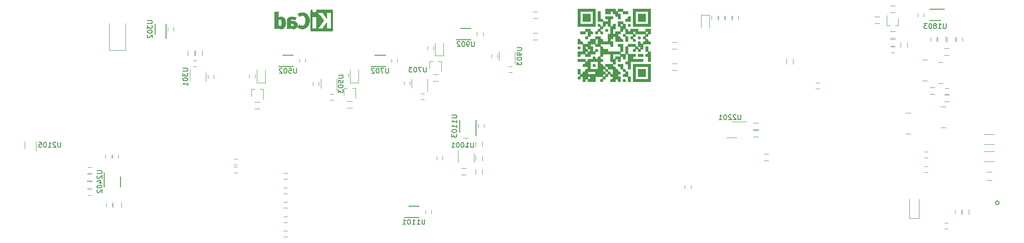
<source format=gbo>
G04 #@! TF.GenerationSoftware,KiCad,Pcbnew,(5.1.4)-1*
G04 #@! TF.CreationDate,2020-10-18T13:54:02-05:00*
G04 #@! TF.ProjectId,VFD_Clock,5646445f-436c-46f6-936b-2e6b69636164,rev?*
G04 #@! TF.SameCoordinates,Original*
G04 #@! TF.FileFunction,Legend,Bot*
G04 #@! TF.FilePolarity,Positive*
%FSLAX46Y46*%
G04 Gerber Fmt 4.6, Leading zero omitted, Abs format (unit mm)*
G04 Created by KiCad (PCBNEW (5.1.4)-1) date 2020-10-18 13:54:02*
%MOMM*%
%LPD*%
G04 APERTURE LIST*
%ADD10C,0.010000*%
%ADD11C,0.120000*%
%ADD12C,0.150000*%
%ADD13C,0.152400*%
G04 APERTURE END LIST*
D10*
G36*
X85465536Y-70224650D02*
G01*
X85463994Y-70554552D01*
X85462434Y-70837481D01*
X85460739Y-71077261D01*
X85458792Y-71277719D01*
X85456477Y-71442681D01*
X85453678Y-71575972D01*
X85450276Y-71681418D01*
X85446156Y-71762845D01*
X85441201Y-71824080D01*
X85435293Y-71868947D01*
X85428317Y-71901274D01*
X85420155Y-71924885D01*
X85413198Y-71939150D01*
X85368096Y-72021700D01*
X86182200Y-72021700D01*
X86182200Y-71945500D01*
X86185559Y-71891952D01*
X86193649Y-71869304D01*
X86193773Y-71869300D01*
X86219891Y-71882284D01*
X86272274Y-71915037D01*
X86299097Y-71932921D01*
X86431397Y-72000147D01*
X86591063Y-72047089D01*
X86759978Y-72070838D01*
X86920023Y-72068484D01*
X87020400Y-72048747D01*
X87204462Y-71967439D01*
X87369590Y-71845700D01*
X87504483Y-71693010D01*
X87565845Y-71591194D01*
X87633269Y-71433529D01*
X87677145Y-71267451D01*
X87700286Y-71078903D01*
X87705759Y-70892413D01*
X87704998Y-70878700D01*
X86904864Y-70878700D01*
X86900366Y-71054395D01*
X86886751Y-71187914D01*
X86861523Y-71287449D01*
X86822188Y-71361191D01*
X86766249Y-71417331D01*
X86733984Y-71439670D01*
X86627579Y-71477664D01*
X86501856Y-71474676D01*
X86366797Y-71431228D01*
X86342501Y-71419273D01*
X86245700Y-71369057D01*
X86238858Y-70819987D01*
X86232015Y-70270916D01*
X86299109Y-70226954D01*
X86362640Y-70200207D01*
X86452332Y-70179544D01*
X86510367Y-70172565D01*
X86598745Y-70169470D01*
X86657709Y-70179595D01*
X86708015Y-70208183D01*
X86734073Y-70229068D01*
X86801417Y-70302667D01*
X86850336Y-70398237D01*
X86882659Y-70522734D01*
X86900213Y-70683111D01*
X86904864Y-70878700D01*
X87704998Y-70878700D01*
X87689325Y-70596465D01*
X87641458Y-70336634D01*
X87562829Y-70114009D01*
X87454111Y-69929680D01*
X87315975Y-69784737D01*
X87149094Y-69680268D01*
X86954140Y-69617364D01*
X86914830Y-69610335D01*
X86799297Y-69602075D01*
X86671937Y-69608929D01*
X86545339Y-69628352D01*
X86432088Y-69657799D01*
X86344772Y-69694725D01*
X86296738Y-69735315D01*
X86275873Y-69759782D01*
X86259830Y-69754692D01*
X86248075Y-69716157D01*
X86240076Y-69640288D01*
X86235298Y-69523201D01*
X86233207Y-69361006D01*
X86233000Y-69271170D01*
X86233523Y-69097073D01*
X86235531Y-68965717D01*
X86239689Y-68869050D01*
X86246657Y-68799019D01*
X86257099Y-68747573D01*
X86271678Y-68706658D01*
X86281062Y-68686970D01*
X86329124Y-68592700D01*
X85472772Y-68592700D01*
X85465536Y-70224650D01*
X85465536Y-70224650D01*
G37*
X85465536Y-70224650D02*
X85463994Y-70554552D01*
X85462434Y-70837481D01*
X85460739Y-71077261D01*
X85458792Y-71277719D01*
X85456477Y-71442681D01*
X85453678Y-71575972D01*
X85450276Y-71681418D01*
X85446156Y-71762845D01*
X85441201Y-71824080D01*
X85435293Y-71868947D01*
X85428317Y-71901274D01*
X85420155Y-71924885D01*
X85413198Y-71939150D01*
X85368096Y-72021700D01*
X86182200Y-72021700D01*
X86182200Y-71945500D01*
X86185559Y-71891952D01*
X86193649Y-71869304D01*
X86193773Y-71869300D01*
X86219891Y-71882284D01*
X86272274Y-71915037D01*
X86299097Y-71932921D01*
X86431397Y-72000147D01*
X86591063Y-72047089D01*
X86759978Y-72070838D01*
X86920023Y-72068484D01*
X87020400Y-72048747D01*
X87204462Y-71967439D01*
X87369590Y-71845700D01*
X87504483Y-71693010D01*
X87565845Y-71591194D01*
X87633269Y-71433529D01*
X87677145Y-71267451D01*
X87700286Y-71078903D01*
X87705759Y-70892413D01*
X87704998Y-70878700D01*
X86904864Y-70878700D01*
X86900366Y-71054395D01*
X86886751Y-71187914D01*
X86861523Y-71287449D01*
X86822188Y-71361191D01*
X86766249Y-71417331D01*
X86733984Y-71439670D01*
X86627579Y-71477664D01*
X86501856Y-71474676D01*
X86366797Y-71431228D01*
X86342501Y-71419273D01*
X86245700Y-71369057D01*
X86238858Y-70819987D01*
X86232015Y-70270916D01*
X86299109Y-70226954D01*
X86362640Y-70200207D01*
X86452332Y-70179544D01*
X86510367Y-70172565D01*
X86598745Y-70169470D01*
X86657709Y-70179595D01*
X86708015Y-70208183D01*
X86734073Y-70229068D01*
X86801417Y-70302667D01*
X86850336Y-70398237D01*
X86882659Y-70522734D01*
X86900213Y-70683111D01*
X86904864Y-70878700D01*
X87704998Y-70878700D01*
X87689325Y-70596465D01*
X87641458Y-70336634D01*
X87562829Y-70114009D01*
X87454111Y-69929680D01*
X87315975Y-69784737D01*
X87149094Y-69680268D01*
X86954140Y-69617364D01*
X86914830Y-69610335D01*
X86799297Y-69602075D01*
X86671937Y-69608929D01*
X86545339Y-69628352D01*
X86432088Y-69657799D01*
X86344772Y-69694725D01*
X86296738Y-69735315D01*
X86275873Y-69759782D01*
X86259830Y-69754692D01*
X86248075Y-69716157D01*
X86240076Y-69640288D01*
X86235298Y-69523201D01*
X86233207Y-69361006D01*
X86233000Y-69271170D01*
X86233523Y-69097073D01*
X86235531Y-68965717D01*
X86239689Y-68869050D01*
X86246657Y-68799019D01*
X86257099Y-68747573D01*
X86271678Y-68706658D01*
X86281062Y-68686970D01*
X86329124Y-68592700D01*
X85472772Y-68592700D01*
X85465536Y-70224650D01*
G36*
X88685380Y-69619859D02*
G01*
X88509424Y-69659764D01*
X88390487Y-69704395D01*
X88297902Y-69760278D01*
X88215221Y-69833860D01*
X88162083Y-69888688D01*
X88118604Y-69940329D01*
X88083709Y-69994492D01*
X88056324Y-70056887D01*
X88035376Y-70133223D01*
X88019791Y-70229210D01*
X88008496Y-70350558D01*
X88000415Y-70502975D01*
X87994477Y-70692170D01*
X87989606Y-70923855D01*
X87987451Y-71044977D01*
X87983193Y-71276934D01*
X87979070Y-71463551D01*
X87974724Y-71610285D01*
X87969797Y-71722595D01*
X87963932Y-71805937D01*
X87956769Y-71865769D01*
X87947951Y-71907549D01*
X87937120Y-71936734D01*
X87927865Y-71953027D01*
X87882829Y-72021700D01*
X88693582Y-72021700D01*
X88709500Y-71868198D01*
X88808898Y-71935983D01*
X88965054Y-72014754D01*
X89145908Y-72060678D01*
X89335705Y-72071637D01*
X89518691Y-72045511D01*
X89552166Y-72035936D01*
X89738571Y-71953612D01*
X89889480Y-71836085D01*
X90002348Y-71686821D01*
X90074625Y-71509286D01*
X90103765Y-71306943D01*
X90104212Y-71285100D01*
X90103548Y-71256045D01*
X89375293Y-71256045D01*
X89371037Y-71345384D01*
X89360910Y-71376002D01*
X89298221Y-71456589D01*
X89203277Y-71510981D01*
X89089673Y-71534852D01*
X88971004Y-71523878D01*
X88933404Y-71512008D01*
X88846217Y-71470468D01*
X88790576Y-71417866D01*
X88760106Y-71342780D01*
X88748434Y-71233789D01*
X88747600Y-71179072D01*
X88747600Y-70980300D01*
X88913516Y-70980300D01*
X89077253Y-70995324D01*
X89215872Y-71038233D01*
X89311324Y-71099055D01*
X89353931Y-71165798D01*
X89375293Y-71256045D01*
X90103548Y-71256045D01*
X90101597Y-71170773D01*
X90087949Y-71083474D01*
X90058450Y-70999811D01*
X90035118Y-70949715D01*
X89930777Y-70793136D01*
X89786396Y-70667258D01*
X89602631Y-70572378D01*
X89380138Y-70508791D01*
X89119574Y-70476795D01*
X88979206Y-70472741D01*
X88740912Y-70472300D01*
X88754804Y-70368728D01*
X88790738Y-70255460D01*
X88862656Y-70177007D01*
X88969276Y-70133663D01*
X89109313Y-70125723D01*
X89281484Y-70153480D01*
X89458491Y-70207644D01*
X89542949Y-70234913D01*
X89607942Y-70249873D01*
X89639805Y-70249408D01*
X89640138Y-70249089D01*
X89657724Y-70217372D01*
X89687820Y-70151412D01*
X89725098Y-70064245D01*
X89764227Y-69968904D01*
X89799878Y-69878425D01*
X89826720Y-69805840D01*
X89839425Y-69764185D01*
X89839800Y-69760802D01*
X89818010Y-69742117D01*
X89774553Y-69735700D01*
X89722969Y-69729537D01*
X89636150Y-69712924D01*
X89527897Y-69688675D01*
X89450703Y-69669673D01*
X89184904Y-69618860D01*
X88926224Y-69602218D01*
X88685380Y-69619859D01*
X88685380Y-69619859D01*
G37*
X88685380Y-69619859D02*
X88509424Y-69659764D01*
X88390487Y-69704395D01*
X88297902Y-69760278D01*
X88215221Y-69833860D01*
X88162083Y-69888688D01*
X88118604Y-69940329D01*
X88083709Y-69994492D01*
X88056324Y-70056887D01*
X88035376Y-70133223D01*
X88019791Y-70229210D01*
X88008496Y-70350558D01*
X88000415Y-70502975D01*
X87994477Y-70692170D01*
X87989606Y-70923855D01*
X87987451Y-71044977D01*
X87983193Y-71276934D01*
X87979070Y-71463551D01*
X87974724Y-71610285D01*
X87969797Y-71722595D01*
X87963932Y-71805937D01*
X87956769Y-71865769D01*
X87947951Y-71907549D01*
X87937120Y-71936734D01*
X87927865Y-71953027D01*
X87882829Y-72021700D01*
X88693582Y-72021700D01*
X88709500Y-71868198D01*
X88808898Y-71935983D01*
X88965054Y-72014754D01*
X89145908Y-72060678D01*
X89335705Y-72071637D01*
X89518691Y-72045511D01*
X89552166Y-72035936D01*
X89738571Y-71953612D01*
X89889480Y-71836085D01*
X90002348Y-71686821D01*
X90074625Y-71509286D01*
X90103765Y-71306943D01*
X90104212Y-71285100D01*
X90103548Y-71256045D01*
X89375293Y-71256045D01*
X89371037Y-71345384D01*
X89360910Y-71376002D01*
X89298221Y-71456589D01*
X89203277Y-71510981D01*
X89089673Y-71534852D01*
X88971004Y-71523878D01*
X88933404Y-71512008D01*
X88846217Y-71470468D01*
X88790576Y-71417866D01*
X88760106Y-71342780D01*
X88748434Y-71233789D01*
X88747600Y-71179072D01*
X88747600Y-70980300D01*
X88913516Y-70980300D01*
X89077253Y-70995324D01*
X89215872Y-71038233D01*
X89311324Y-71099055D01*
X89353931Y-71165798D01*
X89375293Y-71256045D01*
X90103548Y-71256045D01*
X90101597Y-71170773D01*
X90087949Y-71083474D01*
X90058450Y-70999811D01*
X90035118Y-70949715D01*
X89930777Y-70793136D01*
X89786396Y-70667258D01*
X89602631Y-70572378D01*
X89380138Y-70508791D01*
X89119574Y-70476795D01*
X88979206Y-70472741D01*
X88740912Y-70472300D01*
X88754804Y-70368728D01*
X88790738Y-70255460D01*
X88862656Y-70177007D01*
X88969276Y-70133663D01*
X89109313Y-70125723D01*
X89281484Y-70153480D01*
X89458491Y-70207644D01*
X89542949Y-70234913D01*
X89607942Y-70249873D01*
X89639805Y-70249408D01*
X89640138Y-70249089D01*
X89657724Y-70217372D01*
X89687820Y-70151412D01*
X89725098Y-70064245D01*
X89764227Y-69968904D01*
X89799878Y-69878425D01*
X89826720Y-69805840D01*
X89839425Y-69764185D01*
X89839800Y-69760802D01*
X89818010Y-69742117D01*
X89774553Y-69735700D01*
X89722969Y-69729537D01*
X89636150Y-69712924D01*
X89527897Y-69688675D01*
X89450703Y-69669673D01*
X89184904Y-69618860D01*
X88926224Y-69602218D01*
X88685380Y-69619859D01*
G36*
X90768324Y-68773841D02*
G01*
X90727089Y-68783643D01*
X90656121Y-68806329D01*
X90560827Y-68842463D01*
X90453479Y-68886687D01*
X90346347Y-68933647D01*
X90251702Y-68977987D01*
X90181815Y-69014351D01*
X90150936Y-69035098D01*
X90160626Y-69058082D01*
X90192964Y-69113008D01*
X90241536Y-69190151D01*
X90299926Y-69279788D01*
X90361719Y-69372195D01*
X90420498Y-69457651D01*
X90469848Y-69526430D01*
X90502323Y-69567659D01*
X90530764Y-69565124D01*
X90582919Y-69534835D01*
X90626593Y-69500812D01*
X90771702Y-69408726D01*
X90936513Y-69363059D01*
X91094902Y-69361784D01*
X91265602Y-69402402D01*
X91409741Y-69485627D01*
X91526755Y-69610425D01*
X91616081Y-69775760D01*
X91677157Y-69980597D01*
X91709419Y-70223901D01*
X91712574Y-70497700D01*
X91691133Y-70745326D01*
X91646016Y-70951241D01*
X91575370Y-71119605D01*
X91477343Y-71254580D01*
X91350083Y-71360326D01*
X91320421Y-71378651D01*
X91243227Y-71418915D01*
X91171762Y-71440376D01*
X91083973Y-71448176D01*
X91020900Y-71448509D01*
X90861183Y-71432854D01*
X90722453Y-71384892D01*
X90588375Y-71298113D01*
X90538154Y-71256163D01*
X90483908Y-71211662D01*
X90447586Y-71187725D01*
X90439945Y-71186469D01*
X90417784Y-71219788D01*
X90378502Y-71283833D01*
X90327770Y-71368848D01*
X90271257Y-71465075D01*
X90214634Y-71562757D01*
X90163569Y-71652136D01*
X90123735Y-71723456D01*
X90100799Y-71766960D01*
X90097547Y-71775680D01*
X90122782Y-71789054D01*
X90180656Y-71819753D01*
X90258938Y-71861286D01*
X90263543Y-71863730D01*
X90425853Y-71944112D01*
X90568788Y-71999428D01*
X90710728Y-72034486D01*
X90870053Y-72054093D01*
X91020900Y-72061840D01*
X91213715Y-72063069D01*
X91365750Y-72053613D01*
X91456564Y-72038065D01*
X91688799Y-71953218D01*
X91901841Y-71824218D01*
X92091634Y-71655406D01*
X92254122Y-71451123D01*
X92385248Y-71215709D01*
X92480956Y-70953505D01*
X92485452Y-70937132D01*
X92521750Y-70750526D01*
X92540655Y-70536420D01*
X92542177Y-70312757D01*
X92526331Y-70097482D01*
X92493128Y-69908540D01*
X92484703Y-69876544D01*
X92382939Y-69602935D01*
X92240268Y-69356968D01*
X92059196Y-69142153D01*
X91842230Y-68961995D01*
X91821000Y-68947582D01*
X91643356Y-68855004D01*
X91435302Y-68789248D01*
X91210802Y-68752407D01*
X90983822Y-68746573D01*
X90768324Y-68773841D01*
X90768324Y-68773841D01*
G37*
X90768324Y-68773841D02*
X90727089Y-68783643D01*
X90656121Y-68806329D01*
X90560827Y-68842463D01*
X90453479Y-68886687D01*
X90346347Y-68933647D01*
X90251702Y-68977987D01*
X90181815Y-69014351D01*
X90150936Y-69035098D01*
X90160626Y-69058082D01*
X90192964Y-69113008D01*
X90241536Y-69190151D01*
X90299926Y-69279788D01*
X90361719Y-69372195D01*
X90420498Y-69457651D01*
X90469848Y-69526430D01*
X90502323Y-69567659D01*
X90530764Y-69565124D01*
X90582919Y-69534835D01*
X90626593Y-69500812D01*
X90771702Y-69408726D01*
X90936513Y-69363059D01*
X91094902Y-69361784D01*
X91265602Y-69402402D01*
X91409741Y-69485627D01*
X91526755Y-69610425D01*
X91616081Y-69775760D01*
X91677157Y-69980597D01*
X91709419Y-70223901D01*
X91712574Y-70497700D01*
X91691133Y-70745326D01*
X91646016Y-70951241D01*
X91575370Y-71119605D01*
X91477343Y-71254580D01*
X91350083Y-71360326D01*
X91320421Y-71378651D01*
X91243227Y-71418915D01*
X91171762Y-71440376D01*
X91083973Y-71448176D01*
X91020900Y-71448509D01*
X90861183Y-71432854D01*
X90722453Y-71384892D01*
X90588375Y-71298113D01*
X90538154Y-71256163D01*
X90483908Y-71211662D01*
X90447586Y-71187725D01*
X90439945Y-71186469D01*
X90417784Y-71219788D01*
X90378502Y-71283833D01*
X90327770Y-71368848D01*
X90271257Y-71465075D01*
X90214634Y-71562757D01*
X90163569Y-71652136D01*
X90123735Y-71723456D01*
X90100799Y-71766960D01*
X90097547Y-71775680D01*
X90122782Y-71789054D01*
X90180656Y-71819753D01*
X90258938Y-71861286D01*
X90263543Y-71863730D01*
X90425853Y-71944112D01*
X90568788Y-71999428D01*
X90710728Y-72034486D01*
X90870053Y-72054093D01*
X91020900Y-72061840D01*
X91213715Y-72063069D01*
X91365750Y-72053613D01*
X91456564Y-72038065D01*
X91688799Y-71953218D01*
X91901841Y-71824218D01*
X92091634Y-71655406D01*
X92254122Y-71451123D01*
X92385248Y-71215709D01*
X92480956Y-70953505D01*
X92485452Y-70937132D01*
X92521750Y-70750526D01*
X92540655Y-70536420D01*
X92542177Y-70312757D01*
X92526331Y-70097482D01*
X92493128Y-69908540D01*
X92484703Y-69876544D01*
X92382939Y-69602935D01*
X92240268Y-69356968D01*
X92059196Y-69142153D01*
X91842230Y-68961995D01*
X91821000Y-68947582D01*
X91643356Y-68855004D01*
X91435302Y-68789248D01*
X91210802Y-68752407D01*
X90983822Y-68746573D01*
X90768324Y-68773841D01*
G36*
X92861637Y-68210199D02*
G01*
X92839845Y-68217476D01*
X92821414Y-68233920D01*
X92806065Y-68262697D01*
X92793519Y-68306974D01*
X92783495Y-68369918D01*
X92775717Y-68454694D01*
X92769904Y-68564471D01*
X92765777Y-68702414D01*
X92763057Y-68871691D01*
X92761465Y-69075468D01*
X92760723Y-69316911D01*
X92760550Y-69599187D01*
X92760668Y-69925464D01*
X92760797Y-70298907D01*
X92760800Y-70358000D01*
X92760878Y-70733384D01*
X92761151Y-71061211D01*
X92761682Y-71344721D01*
X92762531Y-71587158D01*
X92763760Y-71791761D01*
X92765431Y-71961774D01*
X92767605Y-72100439D01*
X92770343Y-72210996D01*
X92773708Y-72296688D01*
X92777759Y-72360757D01*
X92782559Y-72406444D01*
X92788169Y-72436992D01*
X92794651Y-72455641D01*
X92800715Y-72464385D01*
X92811791Y-72471492D01*
X92831999Y-72477713D01*
X92864510Y-72483106D01*
X92912497Y-72487729D01*
X92979133Y-72491640D01*
X93067590Y-72494896D01*
X93181040Y-72497556D01*
X93322656Y-72499675D01*
X93495610Y-72501313D01*
X93703076Y-72502528D01*
X93948224Y-72503376D01*
X94234229Y-72503915D01*
X94564261Y-72504203D01*
X94941495Y-72504298D01*
X94996001Y-72504300D01*
X95379824Y-72504226D01*
X95716020Y-72503967D01*
X96007761Y-72503465D01*
X96258219Y-72502662D01*
X96470568Y-72501500D01*
X96647979Y-72499922D01*
X96793625Y-72497871D01*
X96910678Y-72495287D01*
X97002312Y-72492115D01*
X97071697Y-72488295D01*
X97122008Y-72483771D01*
X97156416Y-72478485D01*
X97178093Y-72472379D01*
X97190213Y-72465395D01*
X97191286Y-72464385D01*
X97198535Y-72453127D01*
X97204862Y-72432652D01*
X97210328Y-72399719D01*
X97214994Y-72351086D01*
X97218922Y-72283511D01*
X97222174Y-72193752D01*
X97224810Y-72078568D01*
X97226893Y-71934717D01*
X97228483Y-71758956D01*
X97229642Y-71548044D01*
X97230432Y-71298739D01*
X97230914Y-71007800D01*
X97231149Y-70671984D01*
X97231200Y-70358000D01*
X97231123Y-69982615D01*
X97230850Y-69654788D01*
X97230319Y-69371278D01*
X97229470Y-69128841D01*
X97228241Y-68924238D01*
X97227052Y-68803229D01*
X96951801Y-68803229D01*
X96941363Y-68828138D01*
X96915056Y-68882344D01*
X96901001Y-68910199D01*
X96890068Y-68933274D01*
X96880826Y-68958920D01*
X96873133Y-68991359D01*
X96866848Y-69034808D01*
X96861828Y-69093488D01*
X96857932Y-69171617D01*
X96855017Y-69273417D01*
X96852943Y-69403105D01*
X96851566Y-69564901D01*
X96850746Y-69763025D01*
X96850341Y-70001697D01*
X96850209Y-70285135D01*
X96850201Y-70421790D01*
X96850561Y-70685226D01*
X96851598Y-70933537D01*
X96853244Y-71162056D01*
X96855432Y-71366118D01*
X96858097Y-71541058D01*
X96861170Y-71682211D01*
X96864585Y-71784910D01*
X96868276Y-71844491D01*
X96870776Y-71857870D01*
X96895200Y-71897636D01*
X96921032Y-71951850D01*
X96950711Y-72021700D01*
X96424206Y-72021311D01*
X96269033Y-72020349D01*
X96134650Y-72017881D01*
X96028001Y-72014174D01*
X95956030Y-72009492D01*
X95925681Y-72004100D01*
X95925906Y-72002261D01*
X95955855Y-71968326D01*
X95991668Y-71910126D01*
X95995756Y-71902311D01*
X96010682Y-71865021D01*
X96021693Y-71814767D01*
X96029331Y-71744056D01*
X96034134Y-71645398D01*
X96036644Y-71511300D01*
X96037399Y-71334272D01*
X96037400Y-71324461D01*
X96036167Y-71146847D01*
X96032604Y-71004376D01*
X96026922Y-70901227D01*
X96019328Y-70841578D01*
X96012586Y-70827900D01*
X95983086Y-70847270D01*
X95945359Y-70894244D01*
X95943085Y-70897750D01*
X95902507Y-70954768D01*
X95868301Y-70993000D01*
X95837853Y-71030132D01*
X95797917Y-71092466D01*
X95784329Y-71116333D01*
X95742180Y-71183430D01*
X95679473Y-71272220D01*
X95608408Y-71365564D01*
X95594458Y-71383033D01*
X95486339Y-71525844D01*
X95395862Y-71662467D01*
X95327611Y-71784849D01*
X95286169Y-71884940D01*
X95275400Y-71943423D01*
X95275400Y-72021700D01*
X94148945Y-72021700D01*
X94161071Y-72007988D01*
X94005400Y-72007988D01*
X93981301Y-72012257D01*
X93914204Y-72015985D01*
X93811911Y-72018948D01*
X93682222Y-72020926D01*
X93532939Y-72021696D01*
X93522800Y-72021700D01*
X93346033Y-72020908D01*
X93214899Y-72018306D01*
X93124253Y-72013556D01*
X93068950Y-72006318D01*
X93043844Y-71996252D01*
X93041008Y-71989950D01*
X93055962Y-71946054D01*
X93079108Y-71908895D01*
X93088302Y-71890192D01*
X93095898Y-71857695D01*
X93102041Y-71806998D01*
X93106873Y-71733696D01*
X93110536Y-71633383D01*
X93113174Y-71501654D01*
X93114930Y-71334104D01*
X93115947Y-71126327D01*
X93116367Y-70873918D01*
X93116400Y-70759545D01*
X93116400Y-69659500D01*
X93981305Y-69659500D01*
X93942553Y-69734438D01*
X93932522Y-69760315D01*
X93924333Y-69798592D01*
X93917808Y-69854107D01*
X93912774Y-69931697D01*
X93909053Y-70036200D01*
X93906471Y-70172454D01*
X93904852Y-70345297D01*
X93904021Y-70559567D01*
X93903800Y-70802250D01*
X93903914Y-71053940D01*
X93904415Y-71260011D01*
X93905545Y-71425647D01*
X93907545Y-71556027D01*
X93910655Y-71656335D01*
X93915117Y-71731751D01*
X93921171Y-71787457D01*
X93929059Y-71828635D01*
X93939021Y-71860467D01*
X93951299Y-71888135D01*
X93954600Y-71894700D01*
X93985510Y-71958136D01*
X94003520Y-72000610D01*
X94005400Y-72007988D01*
X94161071Y-72007988D01*
X94210523Y-71952070D01*
X94254445Y-71902766D01*
X94282627Y-71871790D01*
X94284800Y-71869520D01*
X94342555Y-71806405D01*
X94414037Y-71722189D01*
X94489103Y-71629565D01*
X94557609Y-71541225D01*
X94609412Y-71469861D01*
X94629624Y-71438047D01*
X94669845Y-71374084D01*
X94733338Y-71282799D01*
X94811196Y-71176180D01*
X94894513Y-71066215D01*
X94974383Y-70964890D01*
X95036727Y-70890107D01*
X95097171Y-70813048D01*
X95153841Y-70729443D01*
X95158022Y-70722550D01*
X95285363Y-70524436D01*
X95381006Y-70393856D01*
X95450964Y-70302712D01*
X95369532Y-70215260D01*
X95299340Y-70136161D01*
X95209285Y-70029392D01*
X95109943Y-69907951D01*
X95011893Y-69784839D01*
X94925711Y-69673055D01*
X94896849Y-69634315D01*
X94592059Y-69254392D01*
X94352721Y-68997287D01*
X94153941Y-68795900D01*
X94699253Y-68795900D01*
X94884450Y-68796023D01*
X95025002Y-68797361D01*
X95127063Y-68801367D01*
X95196788Y-68809493D01*
X95240331Y-68823191D01*
X95263847Y-68843916D01*
X95273489Y-68873118D01*
X95275414Y-68912251D01*
X95275400Y-68931890D01*
X95290988Y-68985342D01*
X95330059Y-69052621D01*
X95347701Y-69075862D01*
X95406348Y-69153168D01*
X95469110Y-69244086D01*
X95491198Y-69278500D01*
X95534448Y-69345264D01*
X95568088Y-69392431D01*
X95579761Y-69405500D01*
X95609555Y-69434839D01*
X95658755Y-69490518D01*
X95718478Y-69561608D01*
X95779838Y-69637181D01*
X95833953Y-69706308D01*
X95871937Y-69758061D01*
X95885000Y-69780983D01*
X95901818Y-69810474D01*
X95943854Y-69858217D01*
X95961201Y-69875400D01*
X96037401Y-69948404D01*
X96037400Y-69528588D01*
X96035807Y-69345802D01*
X96030105Y-69202976D01*
X96018907Y-69089340D01*
X96000828Y-68994129D01*
X95974482Y-68906575D01*
X95948836Y-68840350D01*
X95945606Y-68825271D01*
X95954351Y-68814038D01*
X95981295Y-68806091D01*
X96032662Y-68800867D01*
X96114676Y-68797803D01*
X96233561Y-68796338D01*
X96395540Y-68795910D01*
X96441083Y-68795900D01*
X96595917Y-68796246D01*
X96731878Y-68797212D01*
X96841383Y-68798690D01*
X96916849Y-68800571D01*
X96950692Y-68802745D01*
X96951801Y-68803229D01*
X97227052Y-68803229D01*
X97226570Y-68754225D01*
X97224396Y-68615560D01*
X97221658Y-68505003D01*
X97218293Y-68419311D01*
X97214242Y-68355242D01*
X97209442Y-68309555D01*
X97203832Y-68279007D01*
X97197350Y-68260358D01*
X97191286Y-68251614D01*
X97178822Y-68243434D01*
X97156563Y-68236438D01*
X97120809Y-68230534D01*
X97067859Y-68225633D01*
X96994012Y-68221644D01*
X96895569Y-68218478D01*
X96768827Y-68216044D01*
X96610087Y-68214252D01*
X96415647Y-68213011D01*
X96181807Y-68212233D01*
X95904865Y-68211826D01*
X95581122Y-68211700D01*
X93954600Y-68211700D01*
X93954600Y-68307918D01*
X93934521Y-68423835D01*
X93881475Y-68542500D01*
X93806246Y-68643491D01*
X93753994Y-68687744D01*
X93640454Y-68734870D01*
X93509500Y-68745136D01*
X93375372Y-68721418D01*
X93252310Y-68666589D01*
X93154552Y-68583523D01*
X93139200Y-68563647D01*
X93092194Y-68462928D01*
X93070561Y-68347377D01*
X93059310Y-68211699D01*
X92949970Y-68211700D01*
X92916420Y-68210477D01*
X92887069Y-68208921D01*
X92861637Y-68210199D01*
X92861637Y-68210199D01*
G37*
X92861637Y-68210199D02*
X92839845Y-68217476D01*
X92821414Y-68233920D01*
X92806065Y-68262697D01*
X92793519Y-68306974D01*
X92783495Y-68369918D01*
X92775717Y-68454694D01*
X92769904Y-68564471D01*
X92765777Y-68702414D01*
X92763057Y-68871691D01*
X92761465Y-69075468D01*
X92760723Y-69316911D01*
X92760550Y-69599187D01*
X92760668Y-69925464D01*
X92760797Y-70298907D01*
X92760800Y-70358000D01*
X92760878Y-70733384D01*
X92761151Y-71061211D01*
X92761682Y-71344721D01*
X92762531Y-71587158D01*
X92763760Y-71791761D01*
X92765431Y-71961774D01*
X92767605Y-72100439D01*
X92770343Y-72210996D01*
X92773708Y-72296688D01*
X92777759Y-72360757D01*
X92782559Y-72406444D01*
X92788169Y-72436992D01*
X92794651Y-72455641D01*
X92800715Y-72464385D01*
X92811791Y-72471492D01*
X92831999Y-72477713D01*
X92864510Y-72483106D01*
X92912497Y-72487729D01*
X92979133Y-72491640D01*
X93067590Y-72494896D01*
X93181040Y-72497556D01*
X93322656Y-72499675D01*
X93495610Y-72501313D01*
X93703076Y-72502528D01*
X93948224Y-72503376D01*
X94234229Y-72503915D01*
X94564261Y-72504203D01*
X94941495Y-72504298D01*
X94996001Y-72504300D01*
X95379824Y-72504226D01*
X95716020Y-72503967D01*
X96007761Y-72503465D01*
X96258219Y-72502662D01*
X96470568Y-72501500D01*
X96647979Y-72499922D01*
X96793625Y-72497871D01*
X96910678Y-72495287D01*
X97002312Y-72492115D01*
X97071697Y-72488295D01*
X97122008Y-72483771D01*
X97156416Y-72478485D01*
X97178093Y-72472379D01*
X97190213Y-72465395D01*
X97191286Y-72464385D01*
X97198535Y-72453127D01*
X97204862Y-72432652D01*
X97210328Y-72399719D01*
X97214994Y-72351086D01*
X97218922Y-72283511D01*
X97222174Y-72193752D01*
X97224810Y-72078568D01*
X97226893Y-71934717D01*
X97228483Y-71758956D01*
X97229642Y-71548044D01*
X97230432Y-71298739D01*
X97230914Y-71007800D01*
X97231149Y-70671984D01*
X97231200Y-70358000D01*
X97231123Y-69982615D01*
X97230850Y-69654788D01*
X97230319Y-69371278D01*
X97229470Y-69128841D01*
X97228241Y-68924238D01*
X97227052Y-68803229D01*
X96951801Y-68803229D01*
X96941363Y-68828138D01*
X96915056Y-68882344D01*
X96901001Y-68910199D01*
X96890068Y-68933274D01*
X96880826Y-68958920D01*
X96873133Y-68991359D01*
X96866848Y-69034808D01*
X96861828Y-69093488D01*
X96857932Y-69171617D01*
X96855017Y-69273417D01*
X96852943Y-69403105D01*
X96851566Y-69564901D01*
X96850746Y-69763025D01*
X96850341Y-70001697D01*
X96850209Y-70285135D01*
X96850201Y-70421790D01*
X96850561Y-70685226D01*
X96851598Y-70933537D01*
X96853244Y-71162056D01*
X96855432Y-71366118D01*
X96858097Y-71541058D01*
X96861170Y-71682211D01*
X96864585Y-71784910D01*
X96868276Y-71844491D01*
X96870776Y-71857870D01*
X96895200Y-71897636D01*
X96921032Y-71951850D01*
X96950711Y-72021700D01*
X96424206Y-72021311D01*
X96269033Y-72020349D01*
X96134650Y-72017881D01*
X96028001Y-72014174D01*
X95956030Y-72009492D01*
X95925681Y-72004100D01*
X95925906Y-72002261D01*
X95955855Y-71968326D01*
X95991668Y-71910126D01*
X95995756Y-71902311D01*
X96010682Y-71865021D01*
X96021693Y-71814767D01*
X96029331Y-71744056D01*
X96034134Y-71645398D01*
X96036644Y-71511300D01*
X96037399Y-71334272D01*
X96037400Y-71324461D01*
X96036167Y-71146847D01*
X96032604Y-71004376D01*
X96026922Y-70901227D01*
X96019328Y-70841578D01*
X96012586Y-70827900D01*
X95983086Y-70847270D01*
X95945359Y-70894244D01*
X95943085Y-70897750D01*
X95902507Y-70954768D01*
X95868301Y-70993000D01*
X95837853Y-71030132D01*
X95797917Y-71092466D01*
X95784329Y-71116333D01*
X95742180Y-71183430D01*
X95679473Y-71272220D01*
X95608408Y-71365564D01*
X95594458Y-71383033D01*
X95486339Y-71525844D01*
X95395862Y-71662467D01*
X95327611Y-71784849D01*
X95286169Y-71884940D01*
X95275400Y-71943423D01*
X95275400Y-72021700D01*
X94148945Y-72021700D01*
X94161071Y-72007988D01*
X94005400Y-72007988D01*
X93981301Y-72012257D01*
X93914204Y-72015985D01*
X93811911Y-72018948D01*
X93682222Y-72020926D01*
X93532939Y-72021696D01*
X93522800Y-72021700D01*
X93346033Y-72020908D01*
X93214899Y-72018306D01*
X93124253Y-72013556D01*
X93068950Y-72006318D01*
X93043844Y-71996252D01*
X93041008Y-71989950D01*
X93055962Y-71946054D01*
X93079108Y-71908895D01*
X93088302Y-71890192D01*
X93095898Y-71857695D01*
X93102041Y-71806998D01*
X93106873Y-71733696D01*
X93110536Y-71633383D01*
X93113174Y-71501654D01*
X93114930Y-71334104D01*
X93115947Y-71126327D01*
X93116367Y-70873918D01*
X93116400Y-70759545D01*
X93116400Y-69659500D01*
X93981305Y-69659500D01*
X93942553Y-69734438D01*
X93932522Y-69760315D01*
X93924333Y-69798592D01*
X93917808Y-69854107D01*
X93912774Y-69931697D01*
X93909053Y-70036200D01*
X93906471Y-70172454D01*
X93904852Y-70345297D01*
X93904021Y-70559567D01*
X93903800Y-70802250D01*
X93903914Y-71053940D01*
X93904415Y-71260011D01*
X93905545Y-71425647D01*
X93907545Y-71556027D01*
X93910655Y-71656335D01*
X93915117Y-71731751D01*
X93921171Y-71787457D01*
X93929059Y-71828635D01*
X93939021Y-71860467D01*
X93951299Y-71888135D01*
X93954600Y-71894700D01*
X93985510Y-71958136D01*
X94003520Y-72000610D01*
X94005400Y-72007988D01*
X94161071Y-72007988D01*
X94210523Y-71952070D01*
X94254445Y-71902766D01*
X94282627Y-71871790D01*
X94284800Y-71869520D01*
X94342555Y-71806405D01*
X94414037Y-71722189D01*
X94489103Y-71629565D01*
X94557609Y-71541225D01*
X94609412Y-71469861D01*
X94629624Y-71438047D01*
X94669845Y-71374084D01*
X94733338Y-71282799D01*
X94811196Y-71176180D01*
X94894513Y-71066215D01*
X94974383Y-70964890D01*
X95036727Y-70890107D01*
X95097171Y-70813048D01*
X95153841Y-70729443D01*
X95158022Y-70722550D01*
X95285363Y-70524436D01*
X95381006Y-70393856D01*
X95450964Y-70302712D01*
X95369532Y-70215260D01*
X95299340Y-70136161D01*
X95209285Y-70029392D01*
X95109943Y-69907951D01*
X95011893Y-69784839D01*
X94925711Y-69673055D01*
X94896849Y-69634315D01*
X94592059Y-69254392D01*
X94352721Y-68997287D01*
X94153941Y-68795900D01*
X94699253Y-68795900D01*
X94884450Y-68796023D01*
X95025002Y-68797361D01*
X95127063Y-68801367D01*
X95196788Y-68809493D01*
X95240331Y-68823191D01*
X95263847Y-68843916D01*
X95273489Y-68873118D01*
X95275414Y-68912251D01*
X95275400Y-68931890D01*
X95290988Y-68985342D01*
X95330059Y-69052621D01*
X95347701Y-69075862D01*
X95406348Y-69153168D01*
X95469110Y-69244086D01*
X95491198Y-69278500D01*
X95534448Y-69345264D01*
X95568088Y-69392431D01*
X95579761Y-69405500D01*
X95609555Y-69434839D01*
X95658755Y-69490518D01*
X95718478Y-69561608D01*
X95779838Y-69637181D01*
X95833953Y-69706308D01*
X95871937Y-69758061D01*
X95885000Y-69780983D01*
X95901818Y-69810474D01*
X95943854Y-69858217D01*
X95961201Y-69875400D01*
X96037401Y-69948404D01*
X96037400Y-69528588D01*
X96035807Y-69345802D01*
X96030105Y-69202976D01*
X96018907Y-69089340D01*
X96000828Y-68994129D01*
X95974482Y-68906575D01*
X95948836Y-68840350D01*
X95945606Y-68825271D01*
X95954351Y-68814038D01*
X95981295Y-68806091D01*
X96032662Y-68800867D01*
X96114676Y-68797803D01*
X96233561Y-68796338D01*
X96395540Y-68795910D01*
X96441083Y-68795900D01*
X96595917Y-68796246D01*
X96731878Y-68797212D01*
X96841383Y-68798690D01*
X96916849Y-68800571D01*
X96950692Y-68802745D01*
X96951801Y-68803229D01*
X97227052Y-68803229D01*
X97226570Y-68754225D01*
X97224396Y-68615560D01*
X97221658Y-68505003D01*
X97218293Y-68419311D01*
X97214242Y-68355242D01*
X97209442Y-68309555D01*
X97203832Y-68279007D01*
X97197350Y-68260358D01*
X97191286Y-68251614D01*
X97178822Y-68243434D01*
X97156563Y-68236438D01*
X97120809Y-68230534D01*
X97067859Y-68225633D01*
X96994012Y-68221644D01*
X96895569Y-68218478D01*
X96768827Y-68216044D01*
X96610087Y-68214252D01*
X96415647Y-68213011D01*
X96181807Y-68212233D01*
X95904865Y-68211826D01*
X95581122Y-68211700D01*
X93954600Y-68211700D01*
X93954600Y-68307918D01*
X93934521Y-68423835D01*
X93881475Y-68542500D01*
X93806246Y-68643491D01*
X93753994Y-68687744D01*
X93640454Y-68734870D01*
X93509500Y-68745136D01*
X93375372Y-68721418D01*
X93252310Y-68666589D01*
X93154552Y-68583523D01*
X93139200Y-68563647D01*
X93092194Y-68462928D01*
X93070561Y-68347377D01*
X93059310Y-68211699D01*
X92949970Y-68211700D01*
X92916420Y-68210477D01*
X92887069Y-68208921D01*
X92861637Y-68210199D01*
G36*
X157988000Y-82740500D02*
G01*
X161544000Y-82740500D01*
X161544000Y-79692500D01*
X161036000Y-79692500D01*
X161036000Y-82232500D01*
X158496000Y-82232500D01*
X158496000Y-79692500D01*
X161036000Y-79692500D01*
X161544000Y-79692500D01*
X161544000Y-79184500D01*
X157988000Y-79184500D01*
X157988000Y-82740500D01*
X157988000Y-82740500D01*
G37*
X157988000Y-82740500D02*
X161544000Y-82740500D01*
X161544000Y-79692500D01*
X161036000Y-79692500D01*
X161036000Y-82232500D01*
X158496000Y-82232500D01*
X158496000Y-79692500D01*
X161036000Y-79692500D01*
X161544000Y-79692500D01*
X161544000Y-79184500D01*
X157988000Y-79184500D01*
X157988000Y-82740500D01*
G36*
X156972000Y-82740500D02*
G01*
X157480000Y-82740500D01*
X157480000Y-81724500D01*
X156972000Y-81724500D01*
X156972000Y-82740500D01*
X156972000Y-82740500D01*
G37*
X156972000Y-82740500D02*
X157480000Y-82740500D01*
X157480000Y-81724500D01*
X156972000Y-81724500D01*
X156972000Y-82740500D01*
G36*
X156972000Y-80708500D02*
G01*
X156718000Y-80708500D01*
X156538092Y-80687521D01*
X156471781Y-80588560D01*
X156464000Y-80454500D01*
X156443021Y-80274592D01*
X156344060Y-80208282D01*
X156210000Y-80200500D01*
X155956000Y-80200500D01*
X155956000Y-79184500D01*
X154940000Y-79184500D01*
X154940000Y-79438500D01*
X154960979Y-79618408D01*
X155059940Y-79684719D01*
X155194000Y-79692500D01*
X155373908Y-79713479D01*
X155440218Y-79812440D01*
X155448000Y-79946500D01*
X155468979Y-80126408D01*
X155567940Y-80192719D01*
X155702000Y-80200500D01*
X155881908Y-80221479D01*
X155948218Y-80320440D01*
X155956000Y-80454500D01*
X155976979Y-80634408D01*
X156075940Y-80700719D01*
X156210000Y-80708500D01*
X156389908Y-80729479D01*
X156456218Y-80828440D01*
X156464000Y-80962500D01*
X156443021Y-81142408D01*
X156344060Y-81208719D01*
X156210000Y-81216500D01*
X156030092Y-81237479D01*
X155963781Y-81336440D01*
X155956000Y-81470500D01*
X155956000Y-81724500D01*
X156972000Y-81724500D01*
X156972000Y-80708500D01*
X156972000Y-80708500D01*
G37*
X156972000Y-80708500D02*
X156718000Y-80708500D01*
X156538092Y-80687521D01*
X156471781Y-80588560D01*
X156464000Y-80454500D01*
X156443021Y-80274592D01*
X156344060Y-80208282D01*
X156210000Y-80200500D01*
X155956000Y-80200500D01*
X155956000Y-79184500D01*
X154940000Y-79184500D01*
X154940000Y-79438500D01*
X154960979Y-79618408D01*
X155059940Y-79684719D01*
X155194000Y-79692500D01*
X155373908Y-79713479D01*
X155440218Y-79812440D01*
X155448000Y-79946500D01*
X155468979Y-80126408D01*
X155567940Y-80192719D01*
X155702000Y-80200500D01*
X155881908Y-80221479D01*
X155948218Y-80320440D01*
X155956000Y-80454500D01*
X155976979Y-80634408D01*
X156075940Y-80700719D01*
X156210000Y-80708500D01*
X156389908Y-80729479D01*
X156456218Y-80828440D01*
X156464000Y-80962500D01*
X156443021Y-81142408D01*
X156344060Y-81208719D01*
X156210000Y-81216500D01*
X156030092Y-81237479D01*
X155963781Y-81336440D01*
X155956000Y-81470500D01*
X155956000Y-81724500D01*
X156972000Y-81724500D01*
X156972000Y-80708500D01*
G36*
X156030092Y-82253479D02*
G01*
X155963781Y-82352440D01*
X155956000Y-82486500D01*
X155976979Y-82666408D01*
X156075940Y-82732719D01*
X156210000Y-82740500D01*
X156389908Y-82719521D01*
X156456218Y-82620560D01*
X156464000Y-82486500D01*
X156443021Y-82306592D01*
X156344060Y-82240282D01*
X156210000Y-82232500D01*
X156030092Y-82253479D01*
X156030092Y-82253479D01*
G37*
X156030092Y-82253479D02*
X155963781Y-82352440D01*
X155956000Y-82486500D01*
X155976979Y-82666408D01*
X156075940Y-82732719D01*
X156210000Y-82740500D01*
X156389908Y-82719521D01*
X156456218Y-82620560D01*
X156464000Y-82486500D01*
X156443021Y-82306592D01*
X156344060Y-82240282D01*
X156210000Y-82232500D01*
X156030092Y-82253479D01*
G36*
X147828000Y-74866500D02*
G01*
X147807021Y-74686592D01*
X147708060Y-74620282D01*
X147574000Y-74612500D01*
X147394092Y-74591521D01*
X147327781Y-74492560D01*
X147320000Y-74358500D01*
X147299021Y-74178592D01*
X147200060Y-74112282D01*
X147066000Y-74104500D01*
X146812000Y-74104500D01*
X146812000Y-75120500D01*
X147828000Y-75120500D01*
X147828000Y-74866500D01*
X147828000Y-74866500D01*
G37*
X147828000Y-74866500D02*
X147807021Y-74686592D01*
X147708060Y-74620282D01*
X147574000Y-74612500D01*
X147394092Y-74591521D01*
X147327781Y-74492560D01*
X147320000Y-74358500D01*
X147299021Y-74178592D01*
X147200060Y-74112282D01*
X147066000Y-74104500D01*
X146812000Y-74104500D01*
X146812000Y-75120500D01*
X147828000Y-75120500D01*
X147828000Y-74866500D01*
G36*
X151892000Y-70294500D02*
G01*
X151871021Y-70114592D01*
X151772060Y-70048282D01*
X151638000Y-70040500D01*
X151384000Y-70040500D01*
X151384000Y-68516500D01*
X150876000Y-68516500D01*
X150876000Y-70548500D01*
X151892000Y-70548500D01*
X151892000Y-70294500D01*
X151892000Y-70294500D01*
G37*
X151892000Y-70294500D02*
X151871021Y-70114592D01*
X151772060Y-70048282D01*
X151638000Y-70040500D01*
X151384000Y-70040500D01*
X151384000Y-68516500D01*
X150876000Y-68516500D01*
X150876000Y-70548500D01*
X151892000Y-70548500D01*
X151892000Y-70294500D01*
G36*
X147828000Y-76644500D02*
G01*
X146812000Y-76644500D01*
X146812000Y-77660500D01*
X147066000Y-77660500D01*
X147245908Y-77639521D01*
X147312218Y-77540560D01*
X147320000Y-77406500D01*
X147320000Y-77152500D01*
X148336000Y-77152500D01*
X148336000Y-77660500D01*
X149352000Y-77660500D01*
X149352000Y-77152500D01*
X150368000Y-77152500D01*
X150368000Y-76898500D01*
X150388979Y-76718592D01*
X150487940Y-76652282D01*
X150622000Y-76644500D01*
X150801908Y-76623521D01*
X150868218Y-76524560D01*
X150876000Y-76390500D01*
X150855021Y-76210592D01*
X150756060Y-76144282D01*
X150622000Y-76136500D01*
X150442092Y-76157479D01*
X150375781Y-76256440D01*
X150368000Y-76390500D01*
X150347021Y-76570408D01*
X150248060Y-76636719D01*
X150114000Y-76644500D01*
X149860000Y-76644500D01*
X149860000Y-76390500D01*
X149352000Y-76390500D01*
X149331021Y-76570408D01*
X149232060Y-76636719D01*
X149098000Y-76644500D01*
X148918092Y-76665479D01*
X148851781Y-76764440D01*
X148844000Y-76898500D01*
X148823021Y-77078408D01*
X148724060Y-77144719D01*
X148590000Y-77152500D01*
X148410092Y-77131521D01*
X148343781Y-77032560D01*
X148336000Y-76898500D01*
X148356979Y-76718592D01*
X148455940Y-76652282D01*
X148590000Y-76644500D01*
X148769908Y-76623521D01*
X148836218Y-76524560D01*
X148844000Y-76390500D01*
X148823021Y-76210592D01*
X148724060Y-76144282D01*
X148590000Y-76136500D01*
X148410092Y-76115521D01*
X148343781Y-76016560D01*
X148336000Y-75882500D01*
X148356979Y-75702592D01*
X148455940Y-75636282D01*
X148590000Y-75628500D01*
X148769908Y-75649479D01*
X148836218Y-75748440D01*
X148844000Y-75882500D01*
X148864979Y-76062408D01*
X148963940Y-76128719D01*
X149098000Y-76136500D01*
X149277908Y-76157479D01*
X149344218Y-76256440D01*
X149352000Y-76390500D01*
X149860000Y-76390500D01*
X149860000Y-75628500D01*
X149606000Y-75628500D01*
X149426092Y-75607521D01*
X149359781Y-75508560D01*
X149352000Y-75374500D01*
X149352000Y-75120500D01*
X150368000Y-75120500D01*
X150368000Y-74104500D01*
X149352000Y-74104500D01*
X149352000Y-74358500D01*
X149331021Y-74538408D01*
X149232060Y-74604719D01*
X149098000Y-74612500D01*
X148918092Y-74633479D01*
X148851781Y-74732440D01*
X148844000Y-74866500D01*
X148844000Y-75120500D01*
X147828000Y-75120500D01*
X147828000Y-76644500D01*
X147828000Y-76644500D01*
G37*
X147828000Y-76644500D02*
X146812000Y-76644500D01*
X146812000Y-77660500D01*
X147066000Y-77660500D01*
X147245908Y-77639521D01*
X147312218Y-77540560D01*
X147320000Y-77406500D01*
X147320000Y-77152500D01*
X148336000Y-77152500D01*
X148336000Y-77660500D01*
X149352000Y-77660500D01*
X149352000Y-77152500D01*
X150368000Y-77152500D01*
X150368000Y-76898500D01*
X150388979Y-76718592D01*
X150487940Y-76652282D01*
X150622000Y-76644500D01*
X150801908Y-76623521D01*
X150868218Y-76524560D01*
X150876000Y-76390500D01*
X150855021Y-76210592D01*
X150756060Y-76144282D01*
X150622000Y-76136500D01*
X150442092Y-76157479D01*
X150375781Y-76256440D01*
X150368000Y-76390500D01*
X150347021Y-76570408D01*
X150248060Y-76636719D01*
X150114000Y-76644500D01*
X149860000Y-76644500D01*
X149860000Y-76390500D01*
X149352000Y-76390500D01*
X149331021Y-76570408D01*
X149232060Y-76636719D01*
X149098000Y-76644500D01*
X148918092Y-76665479D01*
X148851781Y-76764440D01*
X148844000Y-76898500D01*
X148823021Y-77078408D01*
X148724060Y-77144719D01*
X148590000Y-77152500D01*
X148410092Y-77131521D01*
X148343781Y-77032560D01*
X148336000Y-76898500D01*
X148356979Y-76718592D01*
X148455940Y-76652282D01*
X148590000Y-76644500D01*
X148769908Y-76623521D01*
X148836218Y-76524560D01*
X148844000Y-76390500D01*
X148823021Y-76210592D01*
X148724060Y-76144282D01*
X148590000Y-76136500D01*
X148410092Y-76115521D01*
X148343781Y-76016560D01*
X148336000Y-75882500D01*
X148356979Y-75702592D01*
X148455940Y-75636282D01*
X148590000Y-75628500D01*
X148769908Y-75649479D01*
X148836218Y-75748440D01*
X148844000Y-75882500D01*
X148864979Y-76062408D01*
X148963940Y-76128719D01*
X149098000Y-76136500D01*
X149277908Y-76157479D01*
X149344218Y-76256440D01*
X149352000Y-76390500D01*
X149860000Y-76390500D01*
X149860000Y-75628500D01*
X149606000Y-75628500D01*
X149426092Y-75607521D01*
X149359781Y-75508560D01*
X149352000Y-75374500D01*
X149352000Y-75120500D01*
X150368000Y-75120500D01*
X150368000Y-74104500D01*
X149352000Y-74104500D01*
X149352000Y-74358500D01*
X149331021Y-74538408D01*
X149232060Y-74604719D01*
X149098000Y-74612500D01*
X148918092Y-74633479D01*
X148851781Y-74732440D01*
X148844000Y-74866500D01*
X148844000Y-75120500D01*
X147828000Y-75120500D01*
X147828000Y-76644500D01*
G36*
X156972000Y-78676500D02*
G01*
X156718000Y-78676500D01*
X156538092Y-78697479D01*
X156471781Y-78796440D01*
X156464000Y-78930500D01*
X156484979Y-79110408D01*
X156583940Y-79176719D01*
X156718000Y-79184500D01*
X156972000Y-79184500D01*
X156972000Y-80200500D01*
X157480000Y-80200500D01*
X157480000Y-78676500D01*
X160020000Y-78676500D01*
X160020000Y-78168500D01*
X157988000Y-78168500D01*
X157988000Y-77914500D01*
X158008979Y-77734592D01*
X158107940Y-77668282D01*
X158242000Y-77660500D01*
X158421908Y-77639521D01*
X158488218Y-77540560D01*
X158496000Y-77406500D01*
X158496000Y-77152500D01*
X156972000Y-77152500D01*
X156972000Y-78676500D01*
X156972000Y-78676500D01*
G37*
X156972000Y-78676500D02*
X156718000Y-78676500D01*
X156538092Y-78697479D01*
X156471781Y-78796440D01*
X156464000Y-78930500D01*
X156484979Y-79110408D01*
X156583940Y-79176719D01*
X156718000Y-79184500D01*
X156972000Y-79184500D01*
X156972000Y-80200500D01*
X157480000Y-80200500D01*
X157480000Y-78676500D01*
X160020000Y-78676500D01*
X160020000Y-78168500D01*
X157988000Y-78168500D01*
X157988000Y-77914500D01*
X158008979Y-77734592D01*
X158107940Y-77668282D01*
X158242000Y-77660500D01*
X158421908Y-77639521D01*
X158488218Y-77540560D01*
X158496000Y-77406500D01*
X158496000Y-77152500D01*
X156972000Y-77152500D01*
X156972000Y-78676500D01*
G36*
X151892000Y-71564500D02*
G01*
X151638000Y-71564500D01*
X151458092Y-71543521D01*
X151391781Y-71444560D01*
X151384000Y-71310500D01*
X151363021Y-71130592D01*
X151264060Y-71064282D01*
X151130000Y-71056500D01*
X150950092Y-71077479D01*
X150883781Y-71176440D01*
X150876000Y-71310500D01*
X150896979Y-71490408D01*
X150995940Y-71556719D01*
X151130000Y-71564500D01*
X151309908Y-71585479D01*
X151376218Y-71684440D01*
X151384000Y-71818500D01*
X151363021Y-71998408D01*
X151264060Y-72064719D01*
X151130000Y-72072500D01*
X150950092Y-72093479D01*
X150883781Y-72192440D01*
X150876000Y-72326500D01*
X150855021Y-72506408D01*
X150756060Y-72572719D01*
X150622000Y-72580500D01*
X150442092Y-72601479D01*
X150375781Y-72700440D01*
X150368000Y-72834500D01*
X150388979Y-73014408D01*
X150487940Y-73080719D01*
X150622000Y-73088500D01*
X150801908Y-73067521D01*
X150868218Y-72968560D01*
X150876000Y-72834500D01*
X150896979Y-72654592D01*
X150995940Y-72588282D01*
X151130000Y-72580500D01*
X151309908Y-72601479D01*
X151376218Y-72700440D01*
X151384000Y-72834500D01*
X151404979Y-73014408D01*
X151503940Y-73080719D01*
X151638000Y-73088500D01*
X151817908Y-73067521D01*
X151884218Y-72968560D01*
X151892000Y-72834500D01*
X151871021Y-72654592D01*
X151772060Y-72588282D01*
X151638000Y-72580500D01*
X151458092Y-72559521D01*
X151391781Y-72460560D01*
X151384000Y-72326500D01*
X151404979Y-72146592D01*
X151503940Y-72080282D01*
X151638000Y-72072500D01*
X151817908Y-72051521D01*
X151884218Y-71952560D01*
X151892000Y-71818500D01*
X151912979Y-71638592D01*
X152011940Y-71572282D01*
X152146000Y-71564500D01*
X152325908Y-71543521D01*
X152392218Y-71444560D01*
X152400000Y-71310500D01*
X152420979Y-71130592D01*
X152519940Y-71064282D01*
X152654000Y-71056500D01*
X152833908Y-71077479D01*
X152900218Y-71176440D01*
X152908000Y-71310500D01*
X152928979Y-71490408D01*
X153027940Y-71556719D01*
X153162000Y-71564500D01*
X153416000Y-71564500D01*
X153416000Y-70040500D01*
X153670000Y-70040500D01*
X153849908Y-70019521D01*
X153916218Y-69920560D01*
X153924000Y-69786500D01*
X153924000Y-69532500D01*
X152400000Y-69532500D01*
X152400000Y-69786500D01*
X152420979Y-69966408D01*
X152519940Y-70032719D01*
X152654000Y-70040500D01*
X152833908Y-70061479D01*
X152900218Y-70160440D01*
X152908000Y-70294500D01*
X152908000Y-70548500D01*
X151892000Y-70548500D01*
X151892000Y-71564500D01*
X151892000Y-71564500D01*
G37*
X151892000Y-71564500D02*
X151638000Y-71564500D01*
X151458092Y-71543521D01*
X151391781Y-71444560D01*
X151384000Y-71310500D01*
X151363021Y-71130592D01*
X151264060Y-71064282D01*
X151130000Y-71056500D01*
X150950092Y-71077479D01*
X150883781Y-71176440D01*
X150876000Y-71310500D01*
X150896979Y-71490408D01*
X150995940Y-71556719D01*
X151130000Y-71564500D01*
X151309908Y-71585479D01*
X151376218Y-71684440D01*
X151384000Y-71818500D01*
X151363021Y-71998408D01*
X151264060Y-72064719D01*
X151130000Y-72072500D01*
X150950092Y-72093479D01*
X150883781Y-72192440D01*
X150876000Y-72326500D01*
X150855021Y-72506408D01*
X150756060Y-72572719D01*
X150622000Y-72580500D01*
X150442092Y-72601479D01*
X150375781Y-72700440D01*
X150368000Y-72834500D01*
X150388979Y-73014408D01*
X150487940Y-73080719D01*
X150622000Y-73088500D01*
X150801908Y-73067521D01*
X150868218Y-72968560D01*
X150876000Y-72834500D01*
X150896979Y-72654592D01*
X150995940Y-72588282D01*
X151130000Y-72580500D01*
X151309908Y-72601479D01*
X151376218Y-72700440D01*
X151384000Y-72834500D01*
X151404979Y-73014408D01*
X151503940Y-73080719D01*
X151638000Y-73088500D01*
X151817908Y-73067521D01*
X151884218Y-72968560D01*
X151892000Y-72834500D01*
X151871021Y-72654592D01*
X151772060Y-72588282D01*
X151638000Y-72580500D01*
X151458092Y-72559521D01*
X151391781Y-72460560D01*
X151384000Y-72326500D01*
X151404979Y-72146592D01*
X151503940Y-72080282D01*
X151638000Y-72072500D01*
X151817908Y-72051521D01*
X151884218Y-71952560D01*
X151892000Y-71818500D01*
X151912979Y-71638592D01*
X152011940Y-71572282D01*
X152146000Y-71564500D01*
X152325908Y-71543521D01*
X152392218Y-71444560D01*
X152400000Y-71310500D01*
X152420979Y-71130592D01*
X152519940Y-71064282D01*
X152654000Y-71056500D01*
X152833908Y-71077479D01*
X152900218Y-71176440D01*
X152908000Y-71310500D01*
X152928979Y-71490408D01*
X153027940Y-71556719D01*
X153162000Y-71564500D01*
X153416000Y-71564500D01*
X153416000Y-70040500D01*
X153670000Y-70040500D01*
X153849908Y-70019521D01*
X153916218Y-69920560D01*
X153924000Y-69786500D01*
X153924000Y-69532500D01*
X152400000Y-69532500D01*
X152400000Y-69786500D01*
X152420979Y-69966408D01*
X152519940Y-70032719D01*
X152654000Y-70040500D01*
X152833908Y-70061479D01*
X152900218Y-70160440D01*
X152908000Y-70294500D01*
X152908000Y-70548500D01*
X151892000Y-70548500D01*
X151892000Y-71564500D01*
G36*
X156464000Y-71056500D02*
G01*
X156210000Y-71056500D01*
X156030092Y-71035521D01*
X155963781Y-70936560D01*
X155956000Y-70802500D01*
X155956000Y-70548500D01*
X154940000Y-70548500D01*
X154940000Y-71564500D01*
X155448000Y-71564500D01*
X155448000Y-72580500D01*
X154432000Y-72580500D01*
X154432000Y-72834500D01*
X154411021Y-73014408D01*
X154312060Y-73080719D01*
X154178000Y-73088500D01*
X153924000Y-73088500D01*
X153924000Y-72072500D01*
X154432000Y-72072500D01*
X154432000Y-71056500D01*
X154178000Y-71056500D01*
X153998092Y-71077479D01*
X153931781Y-71176440D01*
X153924000Y-71310500D01*
X153903021Y-71490408D01*
X153804060Y-71556719D01*
X153670000Y-71564500D01*
X153416000Y-71564500D01*
X153416000Y-73088500D01*
X152908000Y-73088500D01*
X152908000Y-74612500D01*
X151892000Y-74612500D01*
X151892000Y-74358500D01*
X151871021Y-74178592D01*
X151772060Y-74112282D01*
X151638000Y-74104500D01*
X151458092Y-74083521D01*
X151391781Y-73984560D01*
X151384000Y-73850500D01*
X151384000Y-73596500D01*
X150368000Y-73596500D01*
X150368000Y-74104500D01*
X150876000Y-74104500D01*
X150876000Y-75120500D01*
X150368000Y-75120500D01*
X150368000Y-75628500D01*
X151384000Y-75628500D01*
X151384000Y-77660500D01*
X151130000Y-77660500D01*
X150950092Y-77681479D01*
X150883781Y-77780440D01*
X150876000Y-77914500D01*
X150855021Y-78094408D01*
X150756060Y-78160719D01*
X150622000Y-78168500D01*
X150442092Y-78147521D01*
X150375781Y-78048560D01*
X150368000Y-77914500D01*
X150347021Y-77734592D01*
X150248060Y-77668282D01*
X150114000Y-77660500D01*
X149934092Y-77681479D01*
X149867781Y-77780440D01*
X149860000Y-77914500D01*
X149860000Y-78168500D01*
X148844000Y-78168500D01*
X148844000Y-78422500D01*
X148823021Y-78602408D01*
X148724060Y-78668719D01*
X148590000Y-78676500D01*
X148410092Y-78655521D01*
X148343781Y-78556560D01*
X148336000Y-78422500D01*
X148336000Y-78168500D01*
X146812000Y-78168500D01*
X146812000Y-78676500D01*
X148336000Y-78676500D01*
X148336000Y-78930500D01*
X148315021Y-79110408D01*
X148216060Y-79176719D01*
X148082000Y-79184500D01*
X147902092Y-79205479D01*
X147835781Y-79304440D01*
X147828000Y-79438500D01*
X147828000Y-79692500D01*
X148844000Y-79692500D01*
X148844000Y-79946500D01*
X148823021Y-80126408D01*
X148724060Y-80192719D01*
X148590000Y-80200500D01*
X148410092Y-80221479D01*
X148343781Y-80320440D01*
X148336000Y-80454500D01*
X148315021Y-80634408D01*
X148216060Y-80700719D01*
X148082000Y-80708500D01*
X147902092Y-80729479D01*
X147835781Y-80828440D01*
X147828000Y-80962500D01*
X147807021Y-81142408D01*
X147708060Y-81208719D01*
X147574000Y-81216500D01*
X147320000Y-81216500D01*
X147320000Y-80200500D01*
X146812000Y-80200500D01*
X146812000Y-81216500D01*
X147066000Y-81216500D01*
X147245908Y-81237479D01*
X147312218Y-81336440D01*
X147320000Y-81470500D01*
X147299021Y-81650408D01*
X147200060Y-81716719D01*
X147066000Y-81724500D01*
X146886092Y-81745479D01*
X146819781Y-81844440D01*
X146812000Y-81978500D01*
X146832979Y-82158408D01*
X146931940Y-82224719D01*
X147066000Y-82232500D01*
X147245908Y-82211521D01*
X147312218Y-82112560D01*
X147320000Y-81978500D01*
X147340979Y-81798592D01*
X147439940Y-81732282D01*
X147574000Y-81724500D01*
X147828000Y-81724500D01*
X147828000Y-82740500D01*
X148082000Y-82740500D01*
X148261908Y-82719521D01*
X148328218Y-82620560D01*
X148336000Y-82486500D01*
X148356979Y-82306592D01*
X148455940Y-82240282D01*
X148590000Y-82232500D01*
X148769908Y-82253479D01*
X148836218Y-82352440D01*
X148844000Y-82486500D01*
X148844000Y-82740500D01*
X150368000Y-82740500D01*
X150368000Y-81978500D01*
X149352000Y-81978500D01*
X149331021Y-82158408D01*
X149232060Y-82224719D01*
X149098000Y-82232500D01*
X148918092Y-82211521D01*
X148851781Y-82112560D01*
X148844000Y-81978500D01*
X148864979Y-81798592D01*
X148963940Y-81732282D01*
X149098000Y-81724500D01*
X149277908Y-81745479D01*
X149344218Y-81844440D01*
X149352000Y-81978500D01*
X150368000Y-81978500D01*
X150368000Y-81724500D01*
X151892000Y-81724500D01*
X151892000Y-81978500D01*
X151871021Y-82158408D01*
X151772060Y-82224719D01*
X151638000Y-82232500D01*
X151458092Y-82253479D01*
X151391781Y-82352440D01*
X151384000Y-82486500D01*
X151404979Y-82666408D01*
X151503940Y-82732719D01*
X151638000Y-82740500D01*
X151817908Y-82719521D01*
X151884218Y-82620560D01*
X151892000Y-82486500D01*
X151912979Y-82306592D01*
X152011940Y-82240282D01*
X152146000Y-82232500D01*
X152325908Y-82211521D01*
X152392218Y-82112560D01*
X152400000Y-81978500D01*
X152420979Y-81798592D01*
X152519940Y-81732282D01*
X152654000Y-81724500D01*
X152833908Y-81703521D01*
X152900218Y-81604560D01*
X152908000Y-81470500D01*
X152928979Y-81290592D01*
X153027940Y-81224282D01*
X153162000Y-81216500D01*
X153341908Y-81237479D01*
X153408218Y-81336440D01*
X153416000Y-81470500D01*
X153436979Y-81650408D01*
X153535940Y-81716719D01*
X153670000Y-81724500D01*
X153849908Y-81745479D01*
X153916218Y-81844440D01*
X153924000Y-81978500D01*
X153903021Y-82158408D01*
X153804060Y-82224719D01*
X153670000Y-82232500D01*
X153490092Y-82253479D01*
X153423781Y-82352440D01*
X153416000Y-82486500D01*
X153416000Y-82740500D01*
X154432000Y-82740500D01*
X154432000Y-82486500D01*
X154452979Y-82306592D01*
X154551940Y-82240282D01*
X154686000Y-82232500D01*
X154865908Y-82253479D01*
X154932218Y-82352440D01*
X154940000Y-82486500D01*
X154960979Y-82666408D01*
X155059940Y-82732719D01*
X155194000Y-82740500D01*
X155448000Y-82740500D01*
X155448000Y-81724500D01*
X155194000Y-81724500D01*
X155014092Y-81703521D01*
X154947781Y-81604560D01*
X154940000Y-81470500D01*
X154960979Y-81290592D01*
X155059940Y-81224282D01*
X155194000Y-81216500D01*
X155373908Y-81195521D01*
X155440218Y-81096560D01*
X155448000Y-80962500D01*
X155427021Y-80782592D01*
X155328060Y-80716282D01*
X155194000Y-80708500D01*
X155014092Y-80687521D01*
X154947781Y-80588560D01*
X154940000Y-80454500D01*
X154919021Y-80274592D01*
X154820060Y-80208282D01*
X154686000Y-80200500D01*
X154506092Y-80179521D01*
X154439781Y-80080560D01*
X154432000Y-79946500D01*
X154411021Y-79766592D01*
X154312060Y-79700282D01*
X154178000Y-79692500D01*
X153998092Y-79671521D01*
X153931781Y-79572560D01*
X153924000Y-79438500D01*
X153944979Y-79258592D01*
X154043940Y-79192282D01*
X154178000Y-79184500D01*
X154432000Y-79184500D01*
X154432000Y-78930500D01*
X153924000Y-78930500D01*
X153924000Y-79184500D01*
X152400000Y-79184500D01*
X152400000Y-79438500D01*
X152420979Y-79618408D01*
X152519940Y-79684719D01*
X152654000Y-79692500D01*
X152833908Y-79713479D01*
X152900218Y-79812440D01*
X152908000Y-79946500D01*
X152908000Y-80200500D01*
X153924000Y-80200500D01*
X153924000Y-81216500D01*
X153670000Y-81216500D01*
X153490092Y-81195521D01*
X153423781Y-81096560D01*
X153416000Y-80962500D01*
X153395021Y-80782592D01*
X153296060Y-80716282D01*
X153162000Y-80708500D01*
X152982092Y-80729479D01*
X152915781Y-80828440D01*
X152908000Y-80962500D01*
X152887021Y-81142408D01*
X152788060Y-81208719D01*
X152654000Y-81216500D01*
X152474092Y-81237479D01*
X152407781Y-81336440D01*
X152400000Y-81470500D01*
X152379021Y-81650408D01*
X152280060Y-81716719D01*
X152146000Y-81724500D01*
X151966092Y-81703521D01*
X151899781Y-81604560D01*
X151892000Y-81470500D01*
X151912979Y-81290592D01*
X152011940Y-81224282D01*
X152146000Y-81216500D01*
X152325908Y-81195521D01*
X152392218Y-81096560D01*
X152400000Y-80962500D01*
X152379021Y-80782592D01*
X152280060Y-80716282D01*
X152146000Y-80708500D01*
X150368000Y-80708500D01*
X150368000Y-81216500D01*
X148844000Y-81216500D01*
X148844000Y-80708500D01*
X150368000Y-80708500D01*
X152146000Y-80708500D01*
X151966092Y-80687521D01*
X151899781Y-80588560D01*
X151892000Y-80454500D01*
X151912979Y-80274592D01*
X152011940Y-80208282D01*
X152146000Y-80200500D01*
X152325908Y-80179521D01*
X152392218Y-80080560D01*
X152400000Y-79946500D01*
X152379021Y-79766592D01*
X152280060Y-79700282D01*
X152146000Y-79692500D01*
X151966092Y-79671521D01*
X151899781Y-79572560D01*
X151892000Y-79438500D01*
X151871021Y-79258592D01*
X151772060Y-79192282D01*
X151638000Y-79184500D01*
X151458092Y-79163521D01*
X151391781Y-79064560D01*
X151384000Y-78930500D01*
X151404979Y-78750592D01*
X151503940Y-78684282D01*
X151638000Y-78676500D01*
X150876000Y-78676500D01*
X150876000Y-80200500D01*
X149352000Y-80200500D01*
X149352000Y-78676500D01*
X150876000Y-78676500D01*
X151638000Y-78676500D01*
X151817908Y-78655521D01*
X151884218Y-78556560D01*
X151892000Y-78422500D01*
X151871021Y-78242592D01*
X151772060Y-78176282D01*
X151638000Y-78168500D01*
X151458092Y-78147521D01*
X151391781Y-78048560D01*
X151384000Y-77914500D01*
X151404979Y-77734592D01*
X151503940Y-77668282D01*
X151638000Y-77660500D01*
X151817908Y-77639521D01*
X151884218Y-77540560D01*
X151892000Y-77406500D01*
X151892000Y-77152500D01*
X153416000Y-77152500D01*
X153416000Y-78676500D01*
X153670000Y-78676500D01*
X153849908Y-78697479D01*
X153916218Y-78796440D01*
X153924000Y-78930500D01*
X154432000Y-78930500D01*
X154432000Y-78168500D01*
X154686000Y-78168500D01*
X154865908Y-78189479D01*
X154932218Y-78288440D01*
X154940000Y-78422500D01*
X154960979Y-78602408D01*
X155059940Y-78668719D01*
X155194000Y-78676500D01*
X155448000Y-78676500D01*
X155448000Y-77660500D01*
X155702000Y-77660500D01*
X155881908Y-77681479D01*
X155948218Y-77780440D01*
X155956000Y-77914500D01*
X155976979Y-78094408D01*
X156075940Y-78160719D01*
X156210000Y-78168500D01*
X156464000Y-78168500D01*
X156464000Y-77152500D01*
X155448000Y-77152500D01*
X155448000Y-77660500D01*
X154432000Y-77660500D01*
X154432000Y-77914500D01*
X154411021Y-78094408D01*
X154312060Y-78160719D01*
X154178000Y-78168500D01*
X153924000Y-78168500D01*
X153924000Y-77152500D01*
X155448000Y-77152500D01*
X155448000Y-76644500D01*
X152908000Y-76644500D01*
X152908000Y-76136500D01*
X151892000Y-76136500D01*
X151892000Y-75882500D01*
X151871021Y-75702592D01*
X151772060Y-75636282D01*
X151638000Y-75628500D01*
X151458092Y-75607521D01*
X151391781Y-75508560D01*
X151384000Y-75374500D01*
X151384000Y-75120500D01*
X153416000Y-75120500D01*
X153416000Y-75374500D01*
X153436979Y-75554408D01*
X153535940Y-75620719D01*
X153670000Y-75628500D01*
X153924000Y-75628500D01*
X153924000Y-74612500D01*
X153670000Y-74612500D01*
X153490092Y-74591521D01*
X153423781Y-74492560D01*
X153416000Y-74358500D01*
X153436979Y-74178592D01*
X153535940Y-74112282D01*
X153670000Y-74104500D01*
X153849908Y-74083521D01*
X153916218Y-73984560D01*
X153924000Y-73850500D01*
X153944979Y-73670592D01*
X154043940Y-73604282D01*
X154178000Y-73596500D01*
X154432000Y-73596500D01*
X154432000Y-74612500D01*
X155956000Y-74612500D01*
X155956000Y-74358500D01*
X155935021Y-74178592D01*
X155836060Y-74112282D01*
X155702000Y-74104500D01*
X155522092Y-74083521D01*
X155455781Y-73984560D01*
X155448000Y-73850500D01*
X155427021Y-73670592D01*
X155328060Y-73604282D01*
X155194000Y-73596500D01*
X155014092Y-73575521D01*
X154947781Y-73476560D01*
X154940000Y-73342500D01*
X154960979Y-73162592D01*
X155059940Y-73096282D01*
X155194000Y-73088500D01*
X155373908Y-73067521D01*
X155440218Y-72968560D01*
X155448000Y-72834500D01*
X155468979Y-72654592D01*
X155567940Y-72588282D01*
X155702000Y-72580500D01*
X155881908Y-72559521D01*
X155948218Y-72460560D01*
X155956000Y-72326500D01*
X155976979Y-72146592D01*
X156075940Y-72080282D01*
X156210000Y-72072500D01*
X156464000Y-72072500D01*
X156464000Y-71310500D01*
X155956000Y-71310500D01*
X155935021Y-71490408D01*
X155836060Y-71556719D01*
X155702000Y-71564500D01*
X155522092Y-71543521D01*
X155455781Y-71444560D01*
X155448000Y-71310500D01*
X155468979Y-71130592D01*
X155567940Y-71064282D01*
X155702000Y-71056500D01*
X155881908Y-71077479D01*
X155948218Y-71176440D01*
X155956000Y-71310500D01*
X156464000Y-71310500D01*
X156464000Y-71056500D01*
X156464000Y-71056500D01*
G37*
X156464000Y-71056500D02*
X156210000Y-71056500D01*
X156030092Y-71035521D01*
X155963781Y-70936560D01*
X155956000Y-70802500D01*
X155956000Y-70548500D01*
X154940000Y-70548500D01*
X154940000Y-71564500D01*
X155448000Y-71564500D01*
X155448000Y-72580500D01*
X154432000Y-72580500D01*
X154432000Y-72834500D01*
X154411021Y-73014408D01*
X154312060Y-73080719D01*
X154178000Y-73088500D01*
X153924000Y-73088500D01*
X153924000Y-72072500D01*
X154432000Y-72072500D01*
X154432000Y-71056500D01*
X154178000Y-71056500D01*
X153998092Y-71077479D01*
X153931781Y-71176440D01*
X153924000Y-71310500D01*
X153903021Y-71490408D01*
X153804060Y-71556719D01*
X153670000Y-71564500D01*
X153416000Y-71564500D01*
X153416000Y-73088500D01*
X152908000Y-73088500D01*
X152908000Y-74612500D01*
X151892000Y-74612500D01*
X151892000Y-74358500D01*
X151871021Y-74178592D01*
X151772060Y-74112282D01*
X151638000Y-74104500D01*
X151458092Y-74083521D01*
X151391781Y-73984560D01*
X151384000Y-73850500D01*
X151384000Y-73596500D01*
X150368000Y-73596500D01*
X150368000Y-74104500D01*
X150876000Y-74104500D01*
X150876000Y-75120500D01*
X150368000Y-75120500D01*
X150368000Y-75628500D01*
X151384000Y-75628500D01*
X151384000Y-77660500D01*
X151130000Y-77660500D01*
X150950092Y-77681479D01*
X150883781Y-77780440D01*
X150876000Y-77914500D01*
X150855021Y-78094408D01*
X150756060Y-78160719D01*
X150622000Y-78168500D01*
X150442092Y-78147521D01*
X150375781Y-78048560D01*
X150368000Y-77914500D01*
X150347021Y-77734592D01*
X150248060Y-77668282D01*
X150114000Y-77660500D01*
X149934092Y-77681479D01*
X149867781Y-77780440D01*
X149860000Y-77914500D01*
X149860000Y-78168500D01*
X148844000Y-78168500D01*
X148844000Y-78422500D01*
X148823021Y-78602408D01*
X148724060Y-78668719D01*
X148590000Y-78676500D01*
X148410092Y-78655521D01*
X148343781Y-78556560D01*
X148336000Y-78422500D01*
X148336000Y-78168500D01*
X146812000Y-78168500D01*
X146812000Y-78676500D01*
X148336000Y-78676500D01*
X148336000Y-78930500D01*
X148315021Y-79110408D01*
X148216060Y-79176719D01*
X148082000Y-79184500D01*
X147902092Y-79205479D01*
X147835781Y-79304440D01*
X147828000Y-79438500D01*
X147828000Y-79692500D01*
X148844000Y-79692500D01*
X148844000Y-79946500D01*
X148823021Y-80126408D01*
X148724060Y-80192719D01*
X148590000Y-80200500D01*
X148410092Y-80221479D01*
X148343781Y-80320440D01*
X148336000Y-80454500D01*
X148315021Y-80634408D01*
X148216060Y-80700719D01*
X148082000Y-80708500D01*
X147902092Y-80729479D01*
X147835781Y-80828440D01*
X147828000Y-80962500D01*
X147807021Y-81142408D01*
X147708060Y-81208719D01*
X147574000Y-81216500D01*
X147320000Y-81216500D01*
X147320000Y-80200500D01*
X146812000Y-80200500D01*
X146812000Y-81216500D01*
X147066000Y-81216500D01*
X147245908Y-81237479D01*
X147312218Y-81336440D01*
X147320000Y-81470500D01*
X147299021Y-81650408D01*
X147200060Y-81716719D01*
X147066000Y-81724500D01*
X146886092Y-81745479D01*
X146819781Y-81844440D01*
X146812000Y-81978500D01*
X146832979Y-82158408D01*
X146931940Y-82224719D01*
X147066000Y-82232500D01*
X147245908Y-82211521D01*
X147312218Y-82112560D01*
X147320000Y-81978500D01*
X147340979Y-81798592D01*
X147439940Y-81732282D01*
X147574000Y-81724500D01*
X147828000Y-81724500D01*
X147828000Y-82740500D01*
X148082000Y-82740500D01*
X148261908Y-82719521D01*
X148328218Y-82620560D01*
X148336000Y-82486500D01*
X148356979Y-82306592D01*
X148455940Y-82240282D01*
X148590000Y-82232500D01*
X148769908Y-82253479D01*
X148836218Y-82352440D01*
X148844000Y-82486500D01*
X148844000Y-82740500D01*
X150368000Y-82740500D01*
X150368000Y-81978500D01*
X149352000Y-81978500D01*
X149331021Y-82158408D01*
X149232060Y-82224719D01*
X149098000Y-82232500D01*
X148918092Y-82211521D01*
X148851781Y-82112560D01*
X148844000Y-81978500D01*
X148864979Y-81798592D01*
X148963940Y-81732282D01*
X149098000Y-81724500D01*
X149277908Y-81745479D01*
X149344218Y-81844440D01*
X149352000Y-81978500D01*
X150368000Y-81978500D01*
X150368000Y-81724500D01*
X151892000Y-81724500D01*
X151892000Y-81978500D01*
X151871021Y-82158408D01*
X151772060Y-82224719D01*
X151638000Y-82232500D01*
X151458092Y-82253479D01*
X151391781Y-82352440D01*
X151384000Y-82486500D01*
X151404979Y-82666408D01*
X151503940Y-82732719D01*
X151638000Y-82740500D01*
X151817908Y-82719521D01*
X151884218Y-82620560D01*
X151892000Y-82486500D01*
X151912979Y-82306592D01*
X152011940Y-82240282D01*
X152146000Y-82232500D01*
X152325908Y-82211521D01*
X152392218Y-82112560D01*
X152400000Y-81978500D01*
X152420979Y-81798592D01*
X152519940Y-81732282D01*
X152654000Y-81724500D01*
X152833908Y-81703521D01*
X152900218Y-81604560D01*
X152908000Y-81470500D01*
X152928979Y-81290592D01*
X153027940Y-81224282D01*
X153162000Y-81216500D01*
X153341908Y-81237479D01*
X153408218Y-81336440D01*
X153416000Y-81470500D01*
X153436979Y-81650408D01*
X153535940Y-81716719D01*
X153670000Y-81724500D01*
X153849908Y-81745479D01*
X153916218Y-81844440D01*
X153924000Y-81978500D01*
X153903021Y-82158408D01*
X153804060Y-82224719D01*
X153670000Y-82232500D01*
X153490092Y-82253479D01*
X153423781Y-82352440D01*
X153416000Y-82486500D01*
X153416000Y-82740500D01*
X154432000Y-82740500D01*
X154432000Y-82486500D01*
X154452979Y-82306592D01*
X154551940Y-82240282D01*
X154686000Y-82232500D01*
X154865908Y-82253479D01*
X154932218Y-82352440D01*
X154940000Y-82486500D01*
X154960979Y-82666408D01*
X155059940Y-82732719D01*
X155194000Y-82740500D01*
X155448000Y-82740500D01*
X155448000Y-81724500D01*
X155194000Y-81724500D01*
X155014092Y-81703521D01*
X154947781Y-81604560D01*
X154940000Y-81470500D01*
X154960979Y-81290592D01*
X155059940Y-81224282D01*
X155194000Y-81216500D01*
X155373908Y-81195521D01*
X155440218Y-81096560D01*
X155448000Y-80962500D01*
X155427021Y-80782592D01*
X155328060Y-80716282D01*
X155194000Y-80708500D01*
X155014092Y-80687521D01*
X154947781Y-80588560D01*
X154940000Y-80454500D01*
X154919021Y-80274592D01*
X154820060Y-80208282D01*
X154686000Y-80200500D01*
X154506092Y-80179521D01*
X154439781Y-80080560D01*
X154432000Y-79946500D01*
X154411021Y-79766592D01*
X154312060Y-79700282D01*
X154178000Y-79692500D01*
X153998092Y-79671521D01*
X153931781Y-79572560D01*
X153924000Y-79438500D01*
X153944979Y-79258592D01*
X154043940Y-79192282D01*
X154178000Y-79184500D01*
X154432000Y-79184500D01*
X154432000Y-78930500D01*
X153924000Y-78930500D01*
X153924000Y-79184500D01*
X152400000Y-79184500D01*
X152400000Y-79438500D01*
X152420979Y-79618408D01*
X152519940Y-79684719D01*
X152654000Y-79692500D01*
X152833908Y-79713479D01*
X152900218Y-79812440D01*
X152908000Y-79946500D01*
X152908000Y-80200500D01*
X153924000Y-80200500D01*
X153924000Y-81216500D01*
X153670000Y-81216500D01*
X153490092Y-81195521D01*
X153423781Y-81096560D01*
X153416000Y-80962500D01*
X153395021Y-80782592D01*
X153296060Y-80716282D01*
X153162000Y-80708500D01*
X152982092Y-80729479D01*
X152915781Y-80828440D01*
X152908000Y-80962500D01*
X152887021Y-81142408D01*
X152788060Y-81208719D01*
X152654000Y-81216500D01*
X152474092Y-81237479D01*
X152407781Y-81336440D01*
X152400000Y-81470500D01*
X152379021Y-81650408D01*
X152280060Y-81716719D01*
X152146000Y-81724500D01*
X151966092Y-81703521D01*
X151899781Y-81604560D01*
X151892000Y-81470500D01*
X151912979Y-81290592D01*
X152011940Y-81224282D01*
X152146000Y-81216500D01*
X152325908Y-81195521D01*
X152392218Y-81096560D01*
X152400000Y-80962500D01*
X152379021Y-80782592D01*
X152280060Y-80716282D01*
X152146000Y-80708500D01*
X150368000Y-80708500D01*
X150368000Y-81216500D01*
X148844000Y-81216500D01*
X148844000Y-80708500D01*
X150368000Y-80708500D01*
X152146000Y-80708500D01*
X151966092Y-80687521D01*
X151899781Y-80588560D01*
X151892000Y-80454500D01*
X151912979Y-80274592D01*
X152011940Y-80208282D01*
X152146000Y-80200500D01*
X152325908Y-80179521D01*
X152392218Y-80080560D01*
X152400000Y-79946500D01*
X152379021Y-79766592D01*
X152280060Y-79700282D01*
X152146000Y-79692500D01*
X151966092Y-79671521D01*
X151899781Y-79572560D01*
X151892000Y-79438500D01*
X151871021Y-79258592D01*
X151772060Y-79192282D01*
X151638000Y-79184500D01*
X151458092Y-79163521D01*
X151391781Y-79064560D01*
X151384000Y-78930500D01*
X151404979Y-78750592D01*
X151503940Y-78684282D01*
X151638000Y-78676500D01*
X150876000Y-78676500D01*
X150876000Y-80200500D01*
X149352000Y-80200500D01*
X149352000Y-78676500D01*
X150876000Y-78676500D01*
X151638000Y-78676500D01*
X151817908Y-78655521D01*
X151884218Y-78556560D01*
X151892000Y-78422500D01*
X151871021Y-78242592D01*
X151772060Y-78176282D01*
X151638000Y-78168500D01*
X151458092Y-78147521D01*
X151391781Y-78048560D01*
X151384000Y-77914500D01*
X151404979Y-77734592D01*
X151503940Y-77668282D01*
X151638000Y-77660500D01*
X151817908Y-77639521D01*
X151884218Y-77540560D01*
X151892000Y-77406500D01*
X151892000Y-77152500D01*
X153416000Y-77152500D01*
X153416000Y-78676500D01*
X153670000Y-78676500D01*
X153849908Y-78697479D01*
X153916218Y-78796440D01*
X153924000Y-78930500D01*
X154432000Y-78930500D01*
X154432000Y-78168500D01*
X154686000Y-78168500D01*
X154865908Y-78189479D01*
X154932218Y-78288440D01*
X154940000Y-78422500D01*
X154960979Y-78602408D01*
X155059940Y-78668719D01*
X155194000Y-78676500D01*
X155448000Y-78676500D01*
X155448000Y-77660500D01*
X155702000Y-77660500D01*
X155881908Y-77681479D01*
X155948218Y-77780440D01*
X155956000Y-77914500D01*
X155976979Y-78094408D01*
X156075940Y-78160719D01*
X156210000Y-78168500D01*
X156464000Y-78168500D01*
X156464000Y-77152500D01*
X155448000Y-77152500D01*
X155448000Y-77660500D01*
X154432000Y-77660500D01*
X154432000Y-77914500D01*
X154411021Y-78094408D01*
X154312060Y-78160719D01*
X154178000Y-78168500D01*
X153924000Y-78168500D01*
X153924000Y-77152500D01*
X155448000Y-77152500D01*
X155448000Y-76644500D01*
X152908000Y-76644500D01*
X152908000Y-76136500D01*
X151892000Y-76136500D01*
X151892000Y-75882500D01*
X151871021Y-75702592D01*
X151772060Y-75636282D01*
X151638000Y-75628500D01*
X151458092Y-75607521D01*
X151391781Y-75508560D01*
X151384000Y-75374500D01*
X151384000Y-75120500D01*
X153416000Y-75120500D01*
X153416000Y-75374500D01*
X153436979Y-75554408D01*
X153535940Y-75620719D01*
X153670000Y-75628500D01*
X153924000Y-75628500D01*
X153924000Y-74612500D01*
X153670000Y-74612500D01*
X153490092Y-74591521D01*
X153423781Y-74492560D01*
X153416000Y-74358500D01*
X153436979Y-74178592D01*
X153535940Y-74112282D01*
X153670000Y-74104500D01*
X153849908Y-74083521D01*
X153916218Y-73984560D01*
X153924000Y-73850500D01*
X153944979Y-73670592D01*
X154043940Y-73604282D01*
X154178000Y-73596500D01*
X154432000Y-73596500D01*
X154432000Y-74612500D01*
X155956000Y-74612500D01*
X155956000Y-74358500D01*
X155935021Y-74178592D01*
X155836060Y-74112282D01*
X155702000Y-74104500D01*
X155522092Y-74083521D01*
X155455781Y-73984560D01*
X155448000Y-73850500D01*
X155427021Y-73670592D01*
X155328060Y-73604282D01*
X155194000Y-73596500D01*
X155014092Y-73575521D01*
X154947781Y-73476560D01*
X154940000Y-73342500D01*
X154960979Y-73162592D01*
X155059940Y-73096282D01*
X155194000Y-73088500D01*
X155373908Y-73067521D01*
X155440218Y-72968560D01*
X155448000Y-72834500D01*
X155468979Y-72654592D01*
X155567940Y-72588282D01*
X155702000Y-72580500D01*
X155881908Y-72559521D01*
X155948218Y-72460560D01*
X155956000Y-72326500D01*
X155976979Y-72146592D01*
X156075940Y-72080282D01*
X156210000Y-72072500D01*
X156464000Y-72072500D01*
X156464000Y-71310500D01*
X155956000Y-71310500D01*
X155935021Y-71490408D01*
X155836060Y-71556719D01*
X155702000Y-71564500D01*
X155522092Y-71543521D01*
X155455781Y-71444560D01*
X155448000Y-71310500D01*
X155468979Y-71130592D01*
X155567940Y-71064282D01*
X155702000Y-71056500D01*
X155881908Y-71077479D01*
X155948218Y-71176440D01*
X155956000Y-71310500D01*
X156464000Y-71310500D01*
X156464000Y-71056500D01*
G36*
X156972000Y-75628500D02*
G01*
X158496000Y-75628500D01*
X158496000Y-75882500D01*
X158475021Y-76062408D01*
X158376060Y-76128719D01*
X158242000Y-76136500D01*
X158062092Y-76157479D01*
X157995781Y-76256440D01*
X157988000Y-76390500D01*
X158008979Y-76570408D01*
X158107940Y-76636719D01*
X158242000Y-76644500D01*
X158421908Y-76623521D01*
X158488218Y-76524560D01*
X158496000Y-76390500D01*
X158516979Y-76210592D01*
X158615940Y-76144282D01*
X158750000Y-76136500D01*
X158929908Y-76157479D01*
X158996218Y-76256440D01*
X159004000Y-76390500D01*
X159024979Y-76570408D01*
X159123940Y-76636719D01*
X159258000Y-76644500D01*
X159437908Y-76623521D01*
X159504218Y-76524560D01*
X159512000Y-76390500D01*
X159532979Y-76210592D01*
X159631940Y-76144282D01*
X159766000Y-76136500D01*
X160020000Y-76136500D01*
X160020000Y-75120500D01*
X161544000Y-75120500D01*
X161544000Y-74866500D01*
X161523021Y-74686592D01*
X161424060Y-74620282D01*
X161290000Y-74612500D01*
X161110092Y-74591521D01*
X161043781Y-74492560D01*
X161036000Y-74358500D01*
X161015021Y-74178592D01*
X160916060Y-74112282D01*
X160782000Y-74104500D01*
X160602092Y-74083521D01*
X160535781Y-73984560D01*
X160528000Y-73850500D01*
X160548979Y-73670592D01*
X160647940Y-73604282D01*
X160782000Y-73596500D01*
X160961908Y-73575521D01*
X161028218Y-73476560D01*
X161036000Y-73342500D01*
X161056979Y-73162592D01*
X161155940Y-73096282D01*
X161290000Y-73088500D01*
X161544000Y-73088500D01*
X161544000Y-72072500D01*
X160528000Y-72072500D01*
X160528000Y-72580500D01*
X159004000Y-72580500D01*
X159004000Y-72072500D01*
X157480000Y-72072500D01*
X157480000Y-72326500D01*
X157459021Y-72506408D01*
X157360060Y-72572719D01*
X157226000Y-72580500D01*
X157046092Y-72559521D01*
X156979781Y-72460560D01*
X156972000Y-72326500D01*
X156951021Y-72146592D01*
X156852060Y-72080282D01*
X156718000Y-72072500D01*
X156464000Y-72072500D01*
X156464000Y-73088500D01*
X157988000Y-73088500D01*
X157988000Y-72834500D01*
X158008979Y-72654592D01*
X158107940Y-72588282D01*
X158242000Y-72580500D01*
X158421908Y-72601479D01*
X158488218Y-72700440D01*
X158496000Y-72834500D01*
X158496000Y-73088500D01*
X160528000Y-73088500D01*
X160528000Y-72834500D01*
X160548979Y-72654592D01*
X160647940Y-72588282D01*
X160782000Y-72580500D01*
X160961908Y-72601479D01*
X161028218Y-72700440D01*
X161036000Y-72834500D01*
X161015021Y-73014408D01*
X160916060Y-73080719D01*
X160782000Y-73088500D01*
X160602092Y-73109479D01*
X160535781Y-73208440D01*
X160528000Y-73342500D01*
X160507021Y-73522408D01*
X160408060Y-73588719D01*
X160274000Y-73596500D01*
X160094092Y-73617479D01*
X160027781Y-73716440D01*
X160020000Y-73850500D01*
X160040979Y-74030408D01*
X160139940Y-74096719D01*
X160274000Y-74104500D01*
X160453908Y-74125479D01*
X160520218Y-74224440D01*
X160528000Y-74358500D01*
X160507021Y-74538408D01*
X160408060Y-74604719D01*
X160274000Y-74612500D01*
X160094092Y-74633479D01*
X160027781Y-74732440D01*
X160020000Y-74866500D01*
X159999021Y-75046408D01*
X159900060Y-75112719D01*
X159766000Y-75120500D01*
X159586092Y-75099521D01*
X159519781Y-75000560D01*
X159512000Y-74866500D01*
X159491021Y-74686592D01*
X159392060Y-74620282D01*
X159258000Y-74612500D01*
X159004000Y-74612500D01*
X159004000Y-75628500D01*
X159258000Y-75628500D01*
X159437908Y-75649479D01*
X159504218Y-75748440D01*
X159512000Y-75882500D01*
X159491021Y-76062408D01*
X159392060Y-76128719D01*
X159258000Y-76136500D01*
X159078092Y-76115521D01*
X159011781Y-76016560D01*
X159004000Y-75882500D01*
X158983021Y-75702592D01*
X158884060Y-75636282D01*
X158750000Y-75628500D01*
X158570092Y-75607521D01*
X158503781Y-75508560D01*
X158496000Y-75374500D01*
X158496000Y-75120500D01*
X156972000Y-75120500D01*
X156972000Y-75374500D01*
X156951021Y-75554408D01*
X156852060Y-75620719D01*
X156718000Y-75628500D01*
X156464000Y-75628500D01*
X156464000Y-77152500D01*
X156972000Y-77152500D01*
X156972000Y-75628500D01*
X156972000Y-75628500D01*
G37*
X156972000Y-75628500D02*
X158496000Y-75628500D01*
X158496000Y-75882500D01*
X158475021Y-76062408D01*
X158376060Y-76128719D01*
X158242000Y-76136500D01*
X158062092Y-76157479D01*
X157995781Y-76256440D01*
X157988000Y-76390500D01*
X158008979Y-76570408D01*
X158107940Y-76636719D01*
X158242000Y-76644500D01*
X158421908Y-76623521D01*
X158488218Y-76524560D01*
X158496000Y-76390500D01*
X158516979Y-76210592D01*
X158615940Y-76144282D01*
X158750000Y-76136500D01*
X158929908Y-76157479D01*
X158996218Y-76256440D01*
X159004000Y-76390500D01*
X159024979Y-76570408D01*
X159123940Y-76636719D01*
X159258000Y-76644500D01*
X159437908Y-76623521D01*
X159504218Y-76524560D01*
X159512000Y-76390500D01*
X159532979Y-76210592D01*
X159631940Y-76144282D01*
X159766000Y-76136500D01*
X160020000Y-76136500D01*
X160020000Y-75120500D01*
X161544000Y-75120500D01*
X161544000Y-74866500D01*
X161523021Y-74686592D01*
X161424060Y-74620282D01*
X161290000Y-74612500D01*
X161110092Y-74591521D01*
X161043781Y-74492560D01*
X161036000Y-74358500D01*
X161015021Y-74178592D01*
X160916060Y-74112282D01*
X160782000Y-74104500D01*
X160602092Y-74083521D01*
X160535781Y-73984560D01*
X160528000Y-73850500D01*
X160548979Y-73670592D01*
X160647940Y-73604282D01*
X160782000Y-73596500D01*
X160961908Y-73575521D01*
X161028218Y-73476560D01*
X161036000Y-73342500D01*
X161056979Y-73162592D01*
X161155940Y-73096282D01*
X161290000Y-73088500D01*
X161544000Y-73088500D01*
X161544000Y-72072500D01*
X160528000Y-72072500D01*
X160528000Y-72580500D01*
X159004000Y-72580500D01*
X159004000Y-72072500D01*
X157480000Y-72072500D01*
X157480000Y-72326500D01*
X157459021Y-72506408D01*
X157360060Y-72572719D01*
X157226000Y-72580500D01*
X157046092Y-72559521D01*
X156979781Y-72460560D01*
X156972000Y-72326500D01*
X156951021Y-72146592D01*
X156852060Y-72080282D01*
X156718000Y-72072500D01*
X156464000Y-72072500D01*
X156464000Y-73088500D01*
X157988000Y-73088500D01*
X157988000Y-72834500D01*
X158008979Y-72654592D01*
X158107940Y-72588282D01*
X158242000Y-72580500D01*
X158421908Y-72601479D01*
X158488218Y-72700440D01*
X158496000Y-72834500D01*
X158496000Y-73088500D01*
X160528000Y-73088500D01*
X160528000Y-72834500D01*
X160548979Y-72654592D01*
X160647940Y-72588282D01*
X160782000Y-72580500D01*
X160961908Y-72601479D01*
X161028218Y-72700440D01*
X161036000Y-72834500D01*
X161015021Y-73014408D01*
X160916060Y-73080719D01*
X160782000Y-73088500D01*
X160602092Y-73109479D01*
X160535781Y-73208440D01*
X160528000Y-73342500D01*
X160507021Y-73522408D01*
X160408060Y-73588719D01*
X160274000Y-73596500D01*
X160094092Y-73617479D01*
X160027781Y-73716440D01*
X160020000Y-73850500D01*
X160040979Y-74030408D01*
X160139940Y-74096719D01*
X160274000Y-74104500D01*
X160453908Y-74125479D01*
X160520218Y-74224440D01*
X160528000Y-74358500D01*
X160507021Y-74538408D01*
X160408060Y-74604719D01*
X160274000Y-74612500D01*
X160094092Y-74633479D01*
X160027781Y-74732440D01*
X160020000Y-74866500D01*
X159999021Y-75046408D01*
X159900060Y-75112719D01*
X159766000Y-75120500D01*
X159586092Y-75099521D01*
X159519781Y-75000560D01*
X159512000Y-74866500D01*
X159491021Y-74686592D01*
X159392060Y-74620282D01*
X159258000Y-74612500D01*
X159004000Y-74612500D01*
X159004000Y-75628500D01*
X159258000Y-75628500D01*
X159437908Y-75649479D01*
X159504218Y-75748440D01*
X159512000Y-75882500D01*
X159491021Y-76062408D01*
X159392060Y-76128719D01*
X159258000Y-76136500D01*
X159078092Y-76115521D01*
X159011781Y-76016560D01*
X159004000Y-75882500D01*
X158983021Y-75702592D01*
X158884060Y-75636282D01*
X158750000Y-75628500D01*
X158570092Y-75607521D01*
X158503781Y-75508560D01*
X158496000Y-75374500D01*
X158496000Y-75120500D01*
X156972000Y-75120500D01*
X156972000Y-75374500D01*
X156951021Y-75554408D01*
X156852060Y-75620719D01*
X156718000Y-75628500D01*
X156464000Y-75628500D01*
X156464000Y-77152500D01*
X156972000Y-77152500D01*
X156972000Y-75628500D01*
G36*
X160528000Y-76644500D02*
G01*
X160782000Y-76644500D01*
X160961908Y-76665479D01*
X161028218Y-76764440D01*
X161036000Y-76898500D01*
X161015021Y-77078408D01*
X160916060Y-77144719D01*
X160782000Y-77152500D01*
X160602092Y-77173479D01*
X160535781Y-77272440D01*
X160528000Y-77406500D01*
X160548979Y-77586408D01*
X160647940Y-77652719D01*
X160782000Y-77660500D01*
X161036000Y-77660500D01*
X161036000Y-78676500D01*
X161544000Y-78676500D01*
X161544000Y-76644500D01*
X161036000Y-76644500D01*
X161036000Y-75628500D01*
X160528000Y-75628500D01*
X160528000Y-76644500D01*
X160528000Y-76644500D01*
G37*
X160528000Y-76644500D02*
X160782000Y-76644500D01*
X160961908Y-76665479D01*
X161028218Y-76764440D01*
X161036000Y-76898500D01*
X161015021Y-77078408D01*
X160916060Y-77144719D01*
X160782000Y-77152500D01*
X160602092Y-77173479D01*
X160535781Y-77272440D01*
X160528000Y-77406500D01*
X160548979Y-77586408D01*
X160647940Y-77652719D01*
X160782000Y-77660500D01*
X161036000Y-77660500D01*
X161036000Y-78676500D01*
X161544000Y-78676500D01*
X161544000Y-76644500D01*
X161036000Y-76644500D01*
X161036000Y-75628500D01*
X160528000Y-75628500D01*
X160528000Y-76644500D01*
G36*
X159004000Y-77660500D02*
G01*
X160020000Y-77660500D01*
X160020000Y-77152500D01*
X159004000Y-77152500D01*
X159004000Y-77660500D01*
X159004000Y-77660500D01*
G37*
X159004000Y-77660500D02*
X160020000Y-77660500D01*
X160020000Y-77152500D01*
X159004000Y-77152500D01*
X159004000Y-77660500D01*
G36*
X146886092Y-75649479D02*
G01*
X146819781Y-75748440D01*
X146812000Y-75882500D01*
X146832979Y-76062408D01*
X146931940Y-76128719D01*
X147066000Y-76136500D01*
X147245908Y-76115521D01*
X147312218Y-76016560D01*
X147320000Y-75882500D01*
X147299021Y-75702592D01*
X147200060Y-75636282D01*
X147066000Y-75628500D01*
X146886092Y-75649479D01*
X146886092Y-75649479D01*
G37*
X146886092Y-75649479D02*
X146819781Y-75748440D01*
X146812000Y-75882500D01*
X146832979Y-76062408D01*
X146931940Y-76128719D01*
X147066000Y-76136500D01*
X147245908Y-76115521D01*
X147312218Y-76016560D01*
X147320000Y-75882500D01*
X147299021Y-75702592D01*
X147200060Y-75636282D01*
X147066000Y-75628500D01*
X146886092Y-75649479D01*
G36*
X148336000Y-72580500D02*
G01*
X147320000Y-72580500D01*
X147320000Y-73088500D01*
X148336000Y-73088500D01*
X148336000Y-72834500D01*
X148356979Y-72654592D01*
X148455940Y-72588282D01*
X148590000Y-72580500D01*
X148844000Y-72580500D01*
X148844000Y-73596500D01*
X148590000Y-73596500D01*
X148410092Y-73617479D01*
X148343781Y-73716440D01*
X148336000Y-73850500D01*
X148356979Y-74030408D01*
X148455940Y-74096719D01*
X148590000Y-74104500D01*
X148769908Y-74083521D01*
X148836218Y-73984560D01*
X148844000Y-73850500D01*
X148864979Y-73670592D01*
X148963940Y-73604282D01*
X149098000Y-73596500D01*
X149277908Y-73575521D01*
X149344218Y-73476560D01*
X149352000Y-73342500D01*
X149372979Y-73162592D01*
X149471940Y-73096282D01*
X149606000Y-73088500D01*
X149785908Y-73067521D01*
X149852218Y-72968560D01*
X149860000Y-72834500D01*
X149839021Y-72654592D01*
X149740060Y-72588282D01*
X149606000Y-72580500D01*
X149426092Y-72559521D01*
X149359781Y-72460560D01*
X149352000Y-72326500D01*
X149352000Y-72072500D01*
X148336000Y-72072500D01*
X148336000Y-72580500D01*
X148336000Y-72580500D01*
G37*
X148336000Y-72580500D02*
X147320000Y-72580500D01*
X147320000Y-73088500D01*
X148336000Y-73088500D01*
X148336000Y-72834500D01*
X148356979Y-72654592D01*
X148455940Y-72588282D01*
X148590000Y-72580500D01*
X148844000Y-72580500D01*
X148844000Y-73596500D01*
X148590000Y-73596500D01*
X148410092Y-73617479D01*
X148343781Y-73716440D01*
X148336000Y-73850500D01*
X148356979Y-74030408D01*
X148455940Y-74096719D01*
X148590000Y-74104500D01*
X148769908Y-74083521D01*
X148836218Y-73984560D01*
X148844000Y-73850500D01*
X148864979Y-73670592D01*
X148963940Y-73604282D01*
X149098000Y-73596500D01*
X149277908Y-73575521D01*
X149344218Y-73476560D01*
X149352000Y-73342500D01*
X149372979Y-73162592D01*
X149471940Y-73096282D01*
X149606000Y-73088500D01*
X149785908Y-73067521D01*
X149852218Y-72968560D01*
X149860000Y-72834500D01*
X149839021Y-72654592D01*
X149740060Y-72588282D01*
X149606000Y-72580500D01*
X149426092Y-72559521D01*
X149359781Y-72460560D01*
X149352000Y-72326500D01*
X149352000Y-72072500D01*
X148336000Y-72072500D01*
X148336000Y-72580500D01*
G36*
X152474092Y-72093479D02*
G01*
X152407781Y-72192440D01*
X152400000Y-72326500D01*
X152420979Y-72506408D01*
X152519940Y-72572719D01*
X152654000Y-72580500D01*
X152833908Y-72559521D01*
X152900218Y-72460560D01*
X152908000Y-72326500D01*
X152887021Y-72146592D01*
X152788060Y-72080282D01*
X152654000Y-72072500D01*
X152474092Y-72093479D01*
X152474092Y-72093479D01*
G37*
X152474092Y-72093479D02*
X152407781Y-72192440D01*
X152400000Y-72326500D01*
X152420979Y-72506408D01*
X152519940Y-72572719D01*
X152654000Y-72580500D01*
X152833908Y-72559521D01*
X152900218Y-72460560D01*
X152908000Y-72326500D01*
X152887021Y-72146592D01*
X152788060Y-72080282D01*
X152654000Y-72072500D01*
X152474092Y-72093479D01*
G36*
X157988000Y-71564500D02*
G01*
X161544000Y-71564500D01*
X161544000Y-68516500D01*
X161036000Y-68516500D01*
X161036000Y-71056500D01*
X158496000Y-71056500D01*
X158496000Y-68516500D01*
X161036000Y-68516500D01*
X161544000Y-68516500D01*
X161544000Y-68008500D01*
X157988000Y-68008500D01*
X157988000Y-71564500D01*
X157988000Y-71564500D01*
G37*
X157988000Y-71564500D02*
X161544000Y-71564500D01*
X161544000Y-68516500D01*
X161036000Y-68516500D01*
X161036000Y-71056500D01*
X158496000Y-71056500D01*
X158496000Y-68516500D01*
X161036000Y-68516500D01*
X161544000Y-68516500D01*
X161544000Y-68008500D01*
X157988000Y-68008500D01*
X157988000Y-71564500D01*
G36*
X157046092Y-71077479D02*
G01*
X156979781Y-71176440D01*
X156972000Y-71310500D01*
X156992979Y-71490408D01*
X157091940Y-71556719D01*
X157226000Y-71564500D01*
X157405908Y-71543521D01*
X157472218Y-71444560D01*
X157480000Y-71310500D01*
X157459021Y-71130592D01*
X157360060Y-71064282D01*
X157226000Y-71056500D01*
X157046092Y-71077479D01*
X157046092Y-71077479D01*
G37*
X157046092Y-71077479D02*
X156979781Y-71176440D01*
X156972000Y-71310500D01*
X156992979Y-71490408D01*
X157091940Y-71556719D01*
X157226000Y-71564500D01*
X157405908Y-71543521D01*
X157472218Y-71444560D01*
X157480000Y-71310500D01*
X157459021Y-71130592D01*
X157360060Y-71064282D01*
X157226000Y-71056500D01*
X157046092Y-71077479D01*
G36*
X146812000Y-71564500D02*
G01*
X150368000Y-71564500D01*
X150368000Y-68516500D01*
X149860000Y-68516500D01*
X149860000Y-71056500D01*
X147320000Y-71056500D01*
X147320000Y-68516500D01*
X149860000Y-68516500D01*
X150368000Y-68516500D01*
X150368000Y-68008500D01*
X146812000Y-68008500D01*
X146812000Y-71564500D01*
X146812000Y-71564500D01*
G37*
X146812000Y-71564500D02*
X150368000Y-71564500D01*
X150368000Y-68516500D01*
X149860000Y-68516500D01*
X149860000Y-71056500D01*
X147320000Y-71056500D01*
X147320000Y-68516500D01*
X149860000Y-68516500D01*
X150368000Y-68516500D01*
X150368000Y-68008500D01*
X146812000Y-68008500D01*
X146812000Y-71564500D01*
G36*
X157046092Y-69553479D02*
G01*
X156979781Y-69652440D01*
X156972000Y-69786500D01*
X156951021Y-69966408D01*
X156852060Y-70032719D01*
X156718000Y-70040500D01*
X156538092Y-70061479D01*
X156471781Y-70160440D01*
X156464000Y-70294500D01*
X156464000Y-70548500D01*
X157480000Y-70548500D01*
X157480000Y-69532500D01*
X157226000Y-69532500D01*
X157046092Y-69553479D01*
X157046092Y-69553479D01*
G37*
X157046092Y-69553479D02*
X156979781Y-69652440D01*
X156972000Y-69786500D01*
X156951021Y-69966408D01*
X156852060Y-70032719D01*
X156718000Y-70040500D01*
X156538092Y-70061479D01*
X156471781Y-70160440D01*
X156464000Y-70294500D01*
X156464000Y-70548500D01*
X157480000Y-70548500D01*
X157480000Y-69532500D01*
X157226000Y-69532500D01*
X157046092Y-69553479D01*
G36*
X155956000Y-69024500D02*
G01*
X156972000Y-69024500D01*
X156972000Y-68516500D01*
X155956000Y-68516500D01*
X155956000Y-69024500D01*
X155956000Y-69024500D01*
G37*
X155956000Y-69024500D02*
X156972000Y-69024500D01*
X156972000Y-68516500D01*
X155956000Y-68516500D01*
X155956000Y-69024500D01*
G36*
X155956000Y-68008500D02*
G01*
X154940000Y-68008500D01*
X154940000Y-68262500D01*
X154919021Y-68442408D01*
X154820060Y-68508719D01*
X154686000Y-68516500D01*
X154506092Y-68495521D01*
X154439781Y-68396560D01*
X154432000Y-68262500D01*
X154432000Y-68008500D01*
X152400000Y-68008500D01*
X152400000Y-69024500D01*
X153416000Y-69024500D01*
X153416000Y-68770500D01*
X153436979Y-68590592D01*
X153535940Y-68524282D01*
X153670000Y-68516500D01*
X153849908Y-68537479D01*
X153916218Y-68636440D01*
X153924000Y-68770500D01*
X153944979Y-68950408D01*
X154043940Y-69016719D01*
X154178000Y-69024500D01*
X154357908Y-69045479D01*
X154424218Y-69144440D01*
X154432000Y-69278500D01*
X154452979Y-69458408D01*
X154551940Y-69524719D01*
X154686000Y-69532500D01*
X154865908Y-69553479D01*
X154932218Y-69652440D01*
X154940000Y-69786500D01*
X154960979Y-69966408D01*
X155059940Y-70032719D01*
X155194000Y-70040500D01*
X155448000Y-70040500D01*
X155448000Y-69024500D01*
X155194000Y-69024500D01*
X155014092Y-69003521D01*
X154947781Y-68904560D01*
X154940000Y-68770500D01*
X154940000Y-68516500D01*
X155956000Y-68516500D01*
X155956000Y-68008500D01*
X155956000Y-68008500D01*
G37*
X155956000Y-68008500D02*
X154940000Y-68008500D01*
X154940000Y-68262500D01*
X154919021Y-68442408D01*
X154820060Y-68508719D01*
X154686000Y-68516500D01*
X154506092Y-68495521D01*
X154439781Y-68396560D01*
X154432000Y-68262500D01*
X154432000Y-68008500D01*
X152400000Y-68008500D01*
X152400000Y-69024500D01*
X153416000Y-69024500D01*
X153416000Y-68770500D01*
X153436979Y-68590592D01*
X153535940Y-68524282D01*
X153670000Y-68516500D01*
X153849908Y-68537479D01*
X153916218Y-68636440D01*
X153924000Y-68770500D01*
X153944979Y-68950408D01*
X154043940Y-69016719D01*
X154178000Y-69024500D01*
X154357908Y-69045479D01*
X154424218Y-69144440D01*
X154432000Y-69278500D01*
X154452979Y-69458408D01*
X154551940Y-69524719D01*
X154686000Y-69532500D01*
X154865908Y-69553479D01*
X154932218Y-69652440D01*
X154940000Y-69786500D01*
X154960979Y-69966408D01*
X155059940Y-70032719D01*
X155194000Y-70040500D01*
X155448000Y-70040500D01*
X155448000Y-69024500D01*
X155194000Y-69024500D01*
X155014092Y-69003521D01*
X154947781Y-68904560D01*
X154940000Y-68770500D01*
X154940000Y-68516500D01*
X155956000Y-68516500D01*
X155956000Y-68008500D01*
G36*
X159004000Y-81724500D02*
G01*
X160528000Y-81724500D01*
X160528000Y-80200500D01*
X159004000Y-80200500D01*
X159004000Y-81724500D01*
X159004000Y-81724500D01*
G37*
X159004000Y-81724500D02*
X160528000Y-81724500D01*
X160528000Y-80200500D01*
X159004000Y-80200500D01*
X159004000Y-81724500D01*
G36*
X152474092Y-80221479D02*
G01*
X152407781Y-80320440D01*
X152400000Y-80454500D01*
X152420979Y-80634408D01*
X152519940Y-80700719D01*
X152654000Y-80708500D01*
X152833908Y-80687521D01*
X152900218Y-80588560D01*
X152908000Y-80454500D01*
X152887021Y-80274592D01*
X152788060Y-80208282D01*
X152654000Y-80200500D01*
X152474092Y-80221479D01*
X152474092Y-80221479D01*
G37*
X152474092Y-80221479D02*
X152407781Y-80320440D01*
X152400000Y-80454500D01*
X152420979Y-80634408D01*
X152519940Y-80700719D01*
X152654000Y-80708500D01*
X152833908Y-80687521D01*
X152900218Y-80588560D01*
X152908000Y-80454500D01*
X152887021Y-80274592D01*
X152788060Y-80208282D01*
X152654000Y-80200500D01*
X152474092Y-80221479D01*
G36*
X149934092Y-79205479D02*
G01*
X149867781Y-79304440D01*
X149860000Y-79438500D01*
X149880979Y-79618408D01*
X149979940Y-79684719D01*
X150114000Y-79692500D01*
X150293908Y-79671521D01*
X150360218Y-79572560D01*
X150368000Y-79438500D01*
X150347021Y-79258592D01*
X150248060Y-79192282D01*
X150114000Y-79184500D01*
X149934092Y-79205479D01*
X149934092Y-79205479D01*
G37*
X149934092Y-79205479D02*
X149867781Y-79304440D01*
X149860000Y-79438500D01*
X149880979Y-79618408D01*
X149979940Y-79684719D01*
X150114000Y-79692500D01*
X150293908Y-79671521D01*
X150360218Y-79572560D01*
X150368000Y-79438500D01*
X150347021Y-79258592D01*
X150248060Y-79192282D01*
X150114000Y-79184500D01*
X149934092Y-79205479D01*
G36*
X154940000Y-75374500D02*
G01*
X154960979Y-75554408D01*
X155059940Y-75620719D01*
X155194000Y-75628500D01*
X155448000Y-75628500D01*
X155448000Y-76644500D01*
X155956000Y-76644500D01*
X155956000Y-75120500D01*
X154940000Y-75120500D01*
X154940000Y-75374500D01*
X154940000Y-75374500D01*
G37*
X154940000Y-75374500D02*
X154960979Y-75554408D01*
X155059940Y-75620719D01*
X155194000Y-75628500D01*
X155448000Y-75628500D01*
X155448000Y-76644500D01*
X155956000Y-76644500D01*
X155956000Y-75120500D01*
X154940000Y-75120500D01*
X154940000Y-75374500D01*
G36*
X158062092Y-73109479D02*
G01*
X157995781Y-73208440D01*
X157988000Y-73342500D01*
X157967021Y-73522408D01*
X157868060Y-73588719D01*
X157734000Y-73596500D01*
X157554092Y-73617479D01*
X157487781Y-73716440D01*
X157480000Y-73850500D01*
X157500979Y-74030408D01*
X157599940Y-74096719D01*
X157734000Y-74104500D01*
X157913908Y-74125479D01*
X157980218Y-74224440D01*
X157988000Y-74358500D01*
X158008979Y-74538408D01*
X158107940Y-74604719D01*
X158242000Y-74612500D01*
X158421908Y-74591521D01*
X158488218Y-74492560D01*
X158496000Y-74358500D01*
X158475021Y-74178592D01*
X158376060Y-74112282D01*
X158242000Y-74104500D01*
X158062092Y-74083521D01*
X157995781Y-73984560D01*
X157988000Y-73850500D01*
X158008979Y-73670592D01*
X158107940Y-73604282D01*
X158242000Y-73596500D01*
X158421908Y-73575521D01*
X158488218Y-73476560D01*
X158496000Y-73342500D01*
X158475021Y-73162592D01*
X158376060Y-73096282D01*
X158242000Y-73088500D01*
X158062092Y-73109479D01*
X158062092Y-73109479D01*
G37*
X158062092Y-73109479D02*
X157995781Y-73208440D01*
X157988000Y-73342500D01*
X157967021Y-73522408D01*
X157868060Y-73588719D01*
X157734000Y-73596500D01*
X157554092Y-73617479D01*
X157487781Y-73716440D01*
X157480000Y-73850500D01*
X157500979Y-74030408D01*
X157599940Y-74096719D01*
X157734000Y-74104500D01*
X157913908Y-74125479D01*
X157980218Y-74224440D01*
X157988000Y-74358500D01*
X158008979Y-74538408D01*
X158107940Y-74604719D01*
X158242000Y-74612500D01*
X158421908Y-74591521D01*
X158488218Y-74492560D01*
X158496000Y-74358500D01*
X158475021Y-74178592D01*
X158376060Y-74112282D01*
X158242000Y-74104500D01*
X158062092Y-74083521D01*
X157995781Y-73984560D01*
X157988000Y-73850500D01*
X158008979Y-73670592D01*
X158107940Y-73604282D01*
X158242000Y-73596500D01*
X158421908Y-73575521D01*
X158488218Y-73476560D01*
X158496000Y-73342500D01*
X158475021Y-73162592D01*
X158376060Y-73096282D01*
X158242000Y-73088500D01*
X158062092Y-73109479D01*
G36*
X156030092Y-73109479D02*
G01*
X155963781Y-73208440D01*
X155956000Y-73342500D01*
X155976979Y-73522408D01*
X156075940Y-73588719D01*
X156210000Y-73596500D01*
X156464000Y-73596500D01*
X156464000Y-74612500D01*
X156972000Y-74612500D01*
X156972000Y-73596500D01*
X156718000Y-73596500D01*
X156538092Y-73575521D01*
X156471781Y-73476560D01*
X156464000Y-73342500D01*
X156443021Y-73162592D01*
X156344060Y-73096282D01*
X156210000Y-73088500D01*
X156030092Y-73109479D01*
X156030092Y-73109479D01*
G37*
X156030092Y-73109479D02*
X155963781Y-73208440D01*
X155956000Y-73342500D01*
X155976979Y-73522408D01*
X156075940Y-73588719D01*
X156210000Y-73596500D01*
X156464000Y-73596500D01*
X156464000Y-74612500D01*
X156972000Y-74612500D01*
X156972000Y-73596500D01*
X156718000Y-73596500D01*
X156538092Y-73575521D01*
X156471781Y-73476560D01*
X156464000Y-73342500D01*
X156443021Y-73162592D01*
X156344060Y-73096282D01*
X156210000Y-73088500D01*
X156030092Y-73109479D01*
G36*
X159078092Y-73617479D02*
G01*
X159011781Y-73716440D01*
X159004000Y-73850500D01*
X159024979Y-74030408D01*
X159123940Y-74096719D01*
X159258000Y-74104500D01*
X159437908Y-74083521D01*
X159504218Y-73984560D01*
X159512000Y-73850500D01*
X159491021Y-73670592D01*
X159392060Y-73604282D01*
X159258000Y-73596500D01*
X159078092Y-73617479D01*
X159078092Y-73617479D01*
G37*
X159078092Y-73617479D02*
X159011781Y-73716440D01*
X159004000Y-73850500D01*
X159024979Y-74030408D01*
X159123940Y-74096719D01*
X159258000Y-74104500D01*
X159437908Y-74083521D01*
X159504218Y-73984560D01*
X159512000Y-73850500D01*
X159491021Y-73670592D01*
X159392060Y-73604282D01*
X159258000Y-73596500D01*
X159078092Y-73617479D01*
G36*
X159004000Y-70548500D02*
G01*
X160528000Y-70548500D01*
X160528000Y-69024500D01*
X159004000Y-69024500D01*
X159004000Y-70548500D01*
X159004000Y-70548500D01*
G37*
X159004000Y-70548500D02*
X160528000Y-70548500D01*
X160528000Y-69024500D01*
X159004000Y-69024500D01*
X159004000Y-70548500D01*
G36*
X147828000Y-70548500D02*
G01*
X149352000Y-70548500D01*
X149352000Y-69024500D01*
X147828000Y-69024500D01*
X147828000Y-70548500D01*
X147828000Y-70548500D01*
G37*
X147828000Y-70548500D02*
X149352000Y-70548500D01*
X149352000Y-69024500D01*
X147828000Y-69024500D01*
X147828000Y-70548500D01*
D11*
X169746000Y-104414000D02*
X169746000Y-103714000D01*
X168546000Y-103714000D02*
X168546000Y-104414000D01*
X195040000Y-84166000D02*
X195740000Y-84166000D01*
X195740000Y-82966000D02*
X195040000Y-82966000D01*
D12*
X63545500Y-74036000D02*
X63545500Y-71061000D01*
X61295500Y-73211000D02*
X61295500Y-71061000D01*
D11*
X68367000Y-82688000D02*
X68367000Y-80238000D01*
X71587000Y-80888000D02*
X71587000Y-82688000D01*
X70847500Y-77462000D02*
X70847500Y-76462000D01*
X69487500Y-76462000D02*
X69487500Y-77462000D01*
X69323500Y-77462000D02*
X69323500Y-76462000D01*
X67963500Y-76462000D02*
X67963500Y-77462000D01*
X63852500Y-71786000D02*
X63852500Y-72486000D01*
X65052500Y-72486000D02*
X65052500Y-71786000D01*
X71980500Y-81438000D02*
X71980500Y-82138000D01*
X73180500Y-82138000D02*
X73180500Y-81438000D01*
X68992000Y-79721000D02*
X69692000Y-79721000D01*
X69692000Y-78521000D02*
X68992000Y-78521000D01*
D13*
X232156400Y-107291050D02*
G75*
G03X232156400Y-107291050I-381000J0D01*
G01*
D11*
X231124000Y-95444500D02*
X229124000Y-95444500D01*
X229124000Y-93404500D02*
X231124000Y-93404500D01*
X229124000Y-96897000D02*
X231124000Y-96897000D01*
X231124000Y-98937000D02*
X229124000Y-98937000D01*
X230624000Y-102768000D02*
X229624000Y-102768000D01*
X229624000Y-101068000D02*
X230624000Y-101068000D01*
X221386000Y-73731500D02*
X221386000Y-74731500D01*
X219686000Y-74731500D02*
X219686000Y-73731500D01*
X217710000Y-99920000D02*
X217010000Y-99920000D01*
X217010000Y-101120000D02*
X217710000Y-101120000D01*
X217710000Y-96999500D02*
X217010000Y-96999500D01*
X217010000Y-98199500D02*
X217710000Y-98199500D01*
X221774000Y-111350000D02*
X221074000Y-111350000D01*
X221074000Y-112550000D02*
X221774000Y-112550000D01*
X118546000Y-81298500D02*
X117546000Y-81298500D01*
X117546000Y-82658500D02*
X118546000Y-82658500D01*
X101211000Y-86696000D02*
X100211000Y-86696000D01*
X100211000Y-88056000D02*
X101211000Y-88056000D01*
X90522500Y-78199500D02*
X90522500Y-78899500D01*
X91722500Y-78899500D02*
X91722500Y-78199500D01*
X96741500Y-86452000D02*
X97441500Y-86452000D01*
X97441500Y-85252000D02*
X96741500Y-85252000D01*
X93253000Y-82835000D02*
X93253000Y-83535000D01*
X94453000Y-83535000D02*
X94453000Y-82835000D01*
X109128000Y-78199500D02*
X109128000Y-78899500D01*
X110328000Y-78899500D02*
X110328000Y-78199500D01*
X115093000Y-86388500D02*
X115793000Y-86388500D01*
X115793000Y-85188500D02*
X115093000Y-85188500D01*
X112868000Y-83471500D02*
X112868000Y-82771500D01*
X111668000Y-82771500D02*
X111668000Y-83471500D01*
X127664000Y-73502000D02*
X127664000Y-72802000D01*
X126464000Y-72802000D02*
X126464000Y-73502000D01*
X133573000Y-79664000D02*
X132873000Y-79664000D01*
X132873000Y-80864000D02*
X133573000Y-80864000D01*
X129384000Y-77247000D02*
X129384000Y-77947000D01*
X130584000Y-77947000D02*
X130584000Y-77247000D01*
X118272000Y-97884500D02*
X118272000Y-98584500D01*
X119472000Y-98584500D02*
X119472000Y-97884500D01*
X115986000Y-108806000D02*
X115986000Y-109506000D01*
X117186000Y-109506000D02*
X117186000Y-108806000D01*
X126654000Y-91407500D02*
X126654000Y-92107500D01*
X127854000Y-92107500D02*
X127854000Y-91407500D01*
X210216000Y-76927000D02*
X210916000Y-76927000D01*
X210916000Y-75727000D02*
X210216000Y-75727000D01*
X224438000Y-109506000D02*
X224438000Y-108806000D01*
X223238000Y-108806000D02*
X223238000Y-109506000D01*
X215681000Y-68928500D02*
X215681000Y-69628500D01*
X216881000Y-69628500D02*
X216881000Y-68928500D01*
X77947000Y-98396500D02*
X77247000Y-98396500D01*
X77247000Y-99596500D02*
X77947000Y-99596500D01*
X87343500Y-105438000D02*
X88043500Y-105438000D01*
X88043500Y-104238000D02*
X87343500Y-104238000D01*
X88043500Y-107160000D02*
X87343500Y-107160000D01*
X87343500Y-108360000D02*
X88043500Y-108360000D01*
X87343500Y-111280000D02*
X88043500Y-111280000D01*
X88043500Y-110080000D02*
X87343500Y-110080000D01*
X87343500Y-114202000D02*
X88043500Y-114202000D01*
X88043500Y-113002000D02*
X87343500Y-113002000D01*
X88043500Y-101318000D02*
X87343500Y-101318000D01*
X87343500Y-102518000D02*
X88043500Y-102518000D01*
X176756000Y-69500000D02*
X176756000Y-70200000D01*
X177956000Y-70200000D02*
X177956000Y-69500000D01*
X176558000Y-70200000D02*
X176558000Y-69500000D01*
X175358000Y-69500000D02*
X175358000Y-70200000D01*
X173962000Y-69500000D02*
X173962000Y-70200000D01*
X175162000Y-70200000D02*
X175162000Y-69500000D01*
X178152000Y-69500000D02*
X178152000Y-70200000D01*
X179352000Y-70200000D02*
X179352000Y-69500000D01*
X51406500Y-107410000D02*
X51406500Y-108110000D01*
X52606500Y-108110000D02*
X52606500Y-107410000D01*
X53876500Y-98267000D02*
X53876500Y-97567000D01*
X52676500Y-97567000D02*
X52676500Y-98267000D01*
X52807500Y-108260000D02*
X52807500Y-107260000D01*
X54507500Y-107260000D02*
X54507500Y-108260000D01*
X51279500Y-97567000D02*
X51279500Y-98267000D01*
X52479500Y-98267000D02*
X52479500Y-97567000D01*
X48356000Y-104556000D02*
X47656000Y-104556000D01*
X47656000Y-105756000D02*
X48356000Y-105756000D01*
X47656000Y-101311000D02*
X48356000Y-101311000D01*
X48356000Y-100111000D02*
X47656000Y-100111000D01*
X221902000Y-84109000D02*
X221202000Y-84109000D01*
X221202000Y-85309000D02*
X221902000Y-85309000D01*
X219484000Y-74581500D02*
X219484000Y-73881500D01*
X218284000Y-73881500D02*
X218284000Y-74581500D01*
X224692000Y-74581500D02*
X224692000Y-73881500D01*
X223492000Y-73881500D02*
X223492000Y-74581500D01*
X223290000Y-73731500D02*
X223290000Y-74731500D01*
X221590000Y-74731500D02*
X221590000Y-73731500D01*
X55307500Y-76425000D02*
X52007500Y-76425000D01*
X52007500Y-76425000D02*
X52007500Y-71025000D01*
X55307500Y-76425000D02*
X55307500Y-71025000D01*
X215948000Y-110454000D02*
X213948000Y-110454000D01*
X213948000Y-110454000D02*
X213948000Y-106554000D01*
X215948000Y-110454000D02*
X215948000Y-106554000D01*
X80818500Y-85706500D02*
X80818500Y-84296500D01*
X83138500Y-84296500D02*
X83138500Y-86326500D01*
X83138500Y-84296500D02*
X82478500Y-84296500D01*
X81478500Y-84296500D02*
X80818500Y-84296500D01*
X99551000Y-85516000D02*
X99551000Y-84106000D01*
X101871000Y-84106000D02*
X101871000Y-86136000D01*
X101871000Y-84106000D02*
X101211000Y-84106000D01*
X100211000Y-84106000D02*
X99551000Y-84106000D01*
X117546000Y-78708500D02*
X116886000Y-78708500D01*
X119206000Y-78708500D02*
X118546000Y-78708500D01*
X119206000Y-78708500D02*
X119206000Y-80738500D01*
X116886000Y-80118500D02*
X116886000Y-78708500D01*
X211066000Y-71405500D02*
X211726000Y-71405500D01*
X209406000Y-71405500D02*
X210066000Y-71405500D01*
X209406000Y-71405500D02*
X209406000Y-69375500D01*
X211726000Y-69995500D02*
X211726000Y-71405500D01*
X127553000Y-95940500D02*
X127553000Y-94940500D01*
X126193000Y-94940500D02*
X126193000Y-95940500D01*
X126193000Y-97734500D02*
X126193000Y-98734500D01*
X127553000Y-98734500D02*
X127553000Y-97734500D01*
X126193000Y-100528000D02*
X126193000Y-101528000D01*
X127553000Y-101528000D02*
X127553000Y-100528000D01*
X124262000Y-100285000D02*
X123262000Y-100285000D01*
X123262000Y-101645000D02*
X124262000Y-101645000D01*
X81478500Y-88246500D02*
X82478500Y-88246500D01*
X82478500Y-86886500D02*
X81478500Y-86886500D01*
X211066000Y-67455500D02*
X210066000Y-67455500D01*
X210066000Y-68815500D02*
X211066000Y-68815500D01*
X206954000Y-70974500D02*
X207954000Y-70974500D01*
X207954000Y-69614500D02*
X206954000Y-69614500D01*
X211066000Y-72599000D02*
X210066000Y-72599000D01*
X210066000Y-73959000D02*
X211066000Y-73959000D01*
X213596000Y-75811000D02*
X213596000Y-74811000D01*
X212236000Y-74811000D02*
X212236000Y-75811000D01*
X211066000Y-74186500D02*
X210066000Y-74186500D01*
X210066000Y-75546500D02*
X211066000Y-75546500D01*
X190418000Y-79176500D02*
X190418000Y-78176500D01*
X189058000Y-78176500D02*
X189058000Y-79176500D01*
X184476000Y-98724000D02*
X185476000Y-98724000D01*
X185476000Y-97364000D02*
X184476000Y-97364000D01*
X224618000Y-108656000D02*
X224618000Y-109656000D01*
X225978000Y-109656000D02*
X225978000Y-108656000D01*
X137740000Y-69958500D02*
X138740000Y-69958500D01*
X138740000Y-68598500D02*
X137740000Y-68598500D01*
X138740000Y-72916500D02*
X137740000Y-72916500D01*
X137740000Y-74276500D02*
X138740000Y-74276500D01*
X166934000Y-74821500D02*
X165934000Y-74821500D01*
X165934000Y-76181500D02*
X166934000Y-76181500D01*
X166934000Y-79139500D02*
X165934000Y-79139500D01*
X165934000Y-80499500D02*
X166934000Y-80499500D01*
X183380000Y-91141000D02*
X182380000Y-91141000D01*
X182380000Y-92501000D02*
X183380000Y-92501000D01*
X183380000Y-92601500D02*
X182380000Y-92601500D01*
X182380000Y-93961500D02*
X183380000Y-93961500D01*
X47506000Y-104376000D02*
X48506000Y-104376000D01*
X48506000Y-103016000D02*
X47506000Y-103016000D01*
X48506000Y-101492000D02*
X47506000Y-101492000D01*
X47506000Y-102852000D02*
X48506000Y-102852000D01*
X221052000Y-86849500D02*
X222052000Y-86849500D01*
X222052000Y-85489500D02*
X221052000Y-85489500D01*
X220988000Y-77451500D02*
X221988000Y-77451500D01*
X221988000Y-76091500D02*
X220988000Y-76091500D01*
X218130000Y-85325500D02*
X219130000Y-85325500D01*
X219130000Y-83965500D02*
X218130000Y-83965500D01*
X220353000Y-92036000D02*
X221353000Y-92036000D01*
X220353000Y-87796000D02*
X221353000Y-87796000D01*
X213241000Y-93369500D02*
X214241000Y-93369500D01*
X213241000Y-89129500D02*
X214241000Y-89129500D01*
X216606000Y-78334500D02*
X217606000Y-78334500D01*
X216606000Y-82574500D02*
X217606000Y-82574500D01*
X220782000Y-83082500D02*
X219782000Y-83082500D01*
X220782000Y-78842500D02*
X219782000Y-78842500D01*
D12*
X87126500Y-77424500D02*
X89276500Y-77424500D01*
X86301500Y-79674500D02*
X89276500Y-79674500D01*
D11*
X94817500Y-84085000D02*
X94817500Y-82285000D01*
X98037500Y-82285000D02*
X98037500Y-84735000D01*
D12*
X104970000Y-79674500D02*
X107945000Y-79674500D01*
X105795000Y-77424500D02*
X107945000Y-77424500D01*
D11*
X113198000Y-84021500D02*
X113198000Y-82221500D01*
X116418000Y-82221500D02*
X116418000Y-84671500D01*
D12*
X123131000Y-72027000D02*
X125281000Y-72027000D01*
X122306000Y-74277000D02*
X125281000Y-74277000D01*
D11*
X134178000Y-76697000D02*
X134178000Y-79147000D01*
X130958000Y-78497000D02*
X130958000Y-76697000D01*
D12*
X111795000Y-110274000D02*
X114770000Y-110274000D01*
X112620000Y-108024000D02*
X114770000Y-108024000D01*
X126237000Y-93707500D02*
X126237000Y-90532500D01*
X122937000Y-92982500D02*
X122937000Y-90532500D01*
X221113000Y-68145000D02*
X218138000Y-68145000D01*
X220288000Y-70395000D02*
X218138000Y-70395000D01*
D11*
X37228000Y-94867500D02*
X37228000Y-96767500D01*
X34908000Y-96267500D02*
X34908000Y-94867500D01*
X177990000Y-90899500D02*
X180990000Y-90899500D01*
X176990000Y-94139500D02*
X178990000Y-94139500D01*
D12*
X54266500Y-101947000D02*
X54266500Y-104047000D01*
X51016500Y-101172000D02*
X51016500Y-104047000D01*
D11*
X125880000Y-97334500D02*
X125880000Y-99134500D01*
X122660000Y-99134500D02*
X122660000Y-96684500D01*
X123642000Y-94209500D02*
X124642000Y-94209500D01*
X124642000Y-95909500D02*
X123642000Y-95909500D01*
X80362500Y-81311000D02*
X80362500Y-82011000D01*
X81562500Y-82011000D02*
X81562500Y-81311000D01*
X100422000Y-81820500D02*
X100422000Y-81120500D01*
X99222000Y-81120500D02*
X99222000Y-81820500D01*
X116430000Y-75659500D02*
X116430000Y-76359500D01*
X117630000Y-76359500D02*
X117630000Y-75659500D01*
X77247000Y-101248000D02*
X77947000Y-101248000D01*
X77947000Y-100048000D02*
X77247000Y-100048000D01*
X83590500Y-82970500D02*
X81890500Y-82970500D01*
X81890500Y-82970500D02*
X81890500Y-80420500D01*
X83590500Y-82970500D02*
X83590500Y-80420500D01*
X102462000Y-82970500D02*
X102462000Y-80420500D01*
X100762000Y-82970500D02*
X100762000Y-80420500D01*
X102462000Y-82970500D02*
X100762000Y-82970500D01*
X119658000Y-77509500D02*
X119658000Y-74959500D01*
X117958000Y-77509500D02*
X117958000Y-74959500D01*
X119658000Y-77509500D02*
X117958000Y-77509500D01*
X171806000Y-69302500D02*
X173506000Y-69302500D01*
X173506000Y-69302500D02*
X173506000Y-71852500D01*
X171806000Y-69302500D02*
X171806000Y-71852500D01*
D12*
X59713880Y-70421714D02*
X60523404Y-70421714D01*
X60618642Y-70469333D01*
X60666261Y-70516952D01*
X60713880Y-70612190D01*
X60713880Y-70802666D01*
X60666261Y-70897904D01*
X60618642Y-70945523D01*
X60523404Y-70993142D01*
X59713880Y-70993142D01*
X59713880Y-71374095D02*
X59713880Y-71993142D01*
X60094833Y-71659809D01*
X60094833Y-71802666D01*
X60142452Y-71897904D01*
X60190071Y-71945523D01*
X60285309Y-71993142D01*
X60523404Y-71993142D01*
X60618642Y-71945523D01*
X60666261Y-71897904D01*
X60713880Y-71802666D01*
X60713880Y-71516952D01*
X60666261Y-71421714D01*
X60618642Y-71374095D01*
X59713880Y-72612190D02*
X59713880Y-72707428D01*
X59761500Y-72802666D01*
X59809119Y-72850285D01*
X59904357Y-72897904D01*
X60094833Y-72945523D01*
X60332928Y-72945523D01*
X60523404Y-72897904D01*
X60618642Y-72850285D01*
X60666261Y-72802666D01*
X60713880Y-72707428D01*
X60713880Y-72612190D01*
X60666261Y-72516952D01*
X60618642Y-72469333D01*
X60523404Y-72421714D01*
X60332928Y-72374095D01*
X60094833Y-72374095D01*
X59904357Y-72421714D01*
X59809119Y-72469333D01*
X59761500Y-72516952D01*
X59713880Y-72612190D01*
X59809119Y-73326476D02*
X59761500Y-73374095D01*
X59713880Y-73469333D01*
X59713880Y-73707428D01*
X59761500Y-73802666D01*
X59809119Y-73850285D01*
X59904357Y-73897904D01*
X59999595Y-73897904D01*
X60142452Y-73850285D01*
X60713880Y-73278857D01*
X60713880Y-73897904D01*
X66929380Y-80073714D02*
X67738904Y-80073714D01*
X67834142Y-80121333D01*
X67881761Y-80168952D01*
X67929380Y-80264190D01*
X67929380Y-80454666D01*
X67881761Y-80549904D01*
X67834142Y-80597523D01*
X67738904Y-80645142D01*
X66929380Y-80645142D01*
X66929380Y-81026095D02*
X66929380Y-81645142D01*
X67310333Y-81311809D01*
X67310333Y-81454666D01*
X67357952Y-81549904D01*
X67405571Y-81597523D01*
X67500809Y-81645142D01*
X67738904Y-81645142D01*
X67834142Y-81597523D01*
X67881761Y-81549904D01*
X67929380Y-81454666D01*
X67929380Y-81168952D01*
X67881761Y-81073714D01*
X67834142Y-81026095D01*
X66929380Y-82264190D02*
X66929380Y-82359428D01*
X66977000Y-82454666D01*
X67024619Y-82502285D01*
X67119857Y-82549904D01*
X67310333Y-82597523D01*
X67548428Y-82597523D01*
X67738904Y-82549904D01*
X67834142Y-82502285D01*
X67881761Y-82454666D01*
X67929380Y-82359428D01*
X67929380Y-82264190D01*
X67881761Y-82168952D01*
X67834142Y-82121333D01*
X67738904Y-82073714D01*
X67548428Y-82026095D01*
X67310333Y-82026095D01*
X67119857Y-82073714D01*
X67024619Y-82121333D01*
X66977000Y-82168952D01*
X66929380Y-82264190D01*
X67929380Y-83549904D02*
X67929380Y-82978476D01*
X67929380Y-83264190D02*
X66929380Y-83264190D01*
X67072238Y-83168952D01*
X67167476Y-83073714D01*
X67215095Y-82978476D01*
X89915785Y-80051880D02*
X89915785Y-80861404D01*
X89868166Y-80956642D01*
X89820547Y-81004261D01*
X89725309Y-81051880D01*
X89534833Y-81051880D01*
X89439595Y-81004261D01*
X89391976Y-80956642D01*
X89344357Y-80861404D01*
X89344357Y-80051880D01*
X88391976Y-80051880D02*
X88868166Y-80051880D01*
X88915785Y-80528071D01*
X88868166Y-80480452D01*
X88772928Y-80432833D01*
X88534833Y-80432833D01*
X88439595Y-80480452D01*
X88391976Y-80528071D01*
X88344357Y-80623309D01*
X88344357Y-80861404D01*
X88391976Y-80956642D01*
X88439595Y-81004261D01*
X88534833Y-81051880D01*
X88772928Y-81051880D01*
X88868166Y-81004261D01*
X88915785Y-80956642D01*
X87725309Y-80051880D02*
X87630071Y-80051880D01*
X87534833Y-80099500D01*
X87487214Y-80147119D01*
X87439595Y-80242357D01*
X87391976Y-80432833D01*
X87391976Y-80670928D01*
X87439595Y-80861404D01*
X87487214Y-80956642D01*
X87534833Y-81004261D01*
X87630071Y-81051880D01*
X87725309Y-81051880D01*
X87820547Y-81004261D01*
X87868166Y-80956642D01*
X87915785Y-80861404D01*
X87963404Y-80670928D01*
X87963404Y-80432833D01*
X87915785Y-80242357D01*
X87868166Y-80147119D01*
X87820547Y-80099500D01*
X87725309Y-80051880D01*
X87011023Y-80147119D02*
X86963404Y-80099500D01*
X86868166Y-80051880D01*
X86630071Y-80051880D01*
X86534833Y-80099500D01*
X86487214Y-80147119D01*
X86439595Y-80242357D01*
X86439595Y-80337595D01*
X86487214Y-80480452D01*
X87058642Y-81051880D01*
X86439595Y-81051880D01*
X98379880Y-81470714D02*
X99189404Y-81470714D01*
X99284642Y-81518333D01*
X99332261Y-81565952D01*
X99379880Y-81661190D01*
X99379880Y-81851666D01*
X99332261Y-81946904D01*
X99284642Y-81994523D01*
X99189404Y-82042142D01*
X98379880Y-82042142D01*
X98379880Y-82994523D02*
X98379880Y-82518333D01*
X98856071Y-82470714D01*
X98808452Y-82518333D01*
X98760833Y-82613571D01*
X98760833Y-82851666D01*
X98808452Y-82946904D01*
X98856071Y-82994523D01*
X98951309Y-83042142D01*
X99189404Y-83042142D01*
X99284642Y-82994523D01*
X99332261Y-82946904D01*
X99379880Y-82851666D01*
X99379880Y-82613571D01*
X99332261Y-82518333D01*
X99284642Y-82470714D01*
X98379880Y-83661190D02*
X98379880Y-83756428D01*
X98427500Y-83851666D01*
X98475119Y-83899285D01*
X98570357Y-83946904D01*
X98760833Y-83994523D01*
X98998928Y-83994523D01*
X99189404Y-83946904D01*
X99284642Y-83899285D01*
X99332261Y-83851666D01*
X99379880Y-83756428D01*
X99379880Y-83661190D01*
X99332261Y-83565952D01*
X99284642Y-83518333D01*
X99189404Y-83470714D01*
X98998928Y-83423095D01*
X98760833Y-83423095D01*
X98570357Y-83470714D01*
X98475119Y-83518333D01*
X98427500Y-83565952D01*
X98379880Y-83661190D01*
X98379880Y-84327857D02*
X98379880Y-84946904D01*
X98760833Y-84613571D01*
X98760833Y-84756428D01*
X98808452Y-84851666D01*
X98856071Y-84899285D01*
X98951309Y-84946904D01*
X99189404Y-84946904D01*
X99284642Y-84899285D01*
X99332261Y-84851666D01*
X99379880Y-84756428D01*
X99379880Y-84470714D01*
X99332261Y-84375476D01*
X99284642Y-84327857D01*
X108584285Y-80051880D02*
X108584285Y-80861404D01*
X108536666Y-80956642D01*
X108489047Y-81004261D01*
X108393809Y-81051880D01*
X108203333Y-81051880D01*
X108108095Y-81004261D01*
X108060476Y-80956642D01*
X108012857Y-80861404D01*
X108012857Y-80051880D01*
X107631904Y-80051880D02*
X106965238Y-80051880D01*
X107393809Y-81051880D01*
X106393809Y-80051880D02*
X106298571Y-80051880D01*
X106203333Y-80099500D01*
X106155714Y-80147119D01*
X106108095Y-80242357D01*
X106060476Y-80432833D01*
X106060476Y-80670928D01*
X106108095Y-80861404D01*
X106155714Y-80956642D01*
X106203333Y-81004261D01*
X106298571Y-81051880D01*
X106393809Y-81051880D01*
X106489047Y-81004261D01*
X106536666Y-80956642D01*
X106584285Y-80861404D01*
X106631904Y-80670928D01*
X106631904Y-80432833D01*
X106584285Y-80242357D01*
X106536666Y-80147119D01*
X106489047Y-80099500D01*
X106393809Y-80051880D01*
X105679523Y-80147119D02*
X105631904Y-80099500D01*
X105536666Y-80051880D01*
X105298571Y-80051880D01*
X105203333Y-80099500D01*
X105155714Y-80147119D01*
X105108095Y-80242357D01*
X105108095Y-80337595D01*
X105155714Y-80480452D01*
X105727142Y-81051880D01*
X105108095Y-81051880D01*
X116204785Y-79843380D02*
X116204785Y-80652904D01*
X116157166Y-80748142D01*
X116109547Y-80795761D01*
X116014309Y-80843380D01*
X115823833Y-80843380D01*
X115728595Y-80795761D01*
X115680976Y-80748142D01*
X115633357Y-80652904D01*
X115633357Y-79843380D01*
X115252404Y-79843380D02*
X114585738Y-79843380D01*
X115014309Y-80843380D01*
X114014309Y-79843380D02*
X113919071Y-79843380D01*
X113823833Y-79891000D01*
X113776214Y-79938619D01*
X113728595Y-80033857D01*
X113680976Y-80224333D01*
X113680976Y-80462428D01*
X113728595Y-80652904D01*
X113776214Y-80748142D01*
X113823833Y-80795761D01*
X113919071Y-80843380D01*
X114014309Y-80843380D01*
X114109547Y-80795761D01*
X114157166Y-80748142D01*
X114204785Y-80652904D01*
X114252404Y-80462428D01*
X114252404Y-80224333D01*
X114204785Y-80033857D01*
X114157166Y-79938619D01*
X114109547Y-79891000D01*
X114014309Y-79843380D01*
X113347642Y-79843380D02*
X112728595Y-79843380D01*
X113061928Y-80224333D01*
X112919071Y-80224333D01*
X112823833Y-80271952D01*
X112776214Y-80319571D01*
X112728595Y-80414809D01*
X112728595Y-80652904D01*
X112776214Y-80748142D01*
X112823833Y-80795761D01*
X112919071Y-80843380D01*
X113204785Y-80843380D01*
X113300023Y-80795761D01*
X113347642Y-80748142D01*
X125920285Y-74654380D02*
X125920285Y-75463904D01*
X125872666Y-75559142D01*
X125825047Y-75606761D01*
X125729809Y-75654380D01*
X125539333Y-75654380D01*
X125444095Y-75606761D01*
X125396476Y-75559142D01*
X125348857Y-75463904D01*
X125348857Y-74654380D01*
X124825047Y-75654380D02*
X124634571Y-75654380D01*
X124539333Y-75606761D01*
X124491714Y-75559142D01*
X124396476Y-75416285D01*
X124348857Y-75225809D01*
X124348857Y-74844857D01*
X124396476Y-74749619D01*
X124444095Y-74702000D01*
X124539333Y-74654380D01*
X124729809Y-74654380D01*
X124825047Y-74702000D01*
X124872666Y-74749619D01*
X124920285Y-74844857D01*
X124920285Y-75082952D01*
X124872666Y-75178190D01*
X124825047Y-75225809D01*
X124729809Y-75273428D01*
X124539333Y-75273428D01*
X124444095Y-75225809D01*
X124396476Y-75178190D01*
X124348857Y-75082952D01*
X123729809Y-74654380D02*
X123634571Y-74654380D01*
X123539333Y-74702000D01*
X123491714Y-74749619D01*
X123444095Y-74844857D01*
X123396476Y-75035333D01*
X123396476Y-75273428D01*
X123444095Y-75463904D01*
X123491714Y-75559142D01*
X123539333Y-75606761D01*
X123634571Y-75654380D01*
X123729809Y-75654380D01*
X123825047Y-75606761D01*
X123872666Y-75559142D01*
X123920285Y-75463904D01*
X123967904Y-75273428D01*
X123967904Y-75035333D01*
X123920285Y-74844857D01*
X123872666Y-74749619D01*
X123825047Y-74702000D01*
X123729809Y-74654380D01*
X123015523Y-74749619D02*
X122967904Y-74702000D01*
X122872666Y-74654380D01*
X122634571Y-74654380D01*
X122539333Y-74702000D01*
X122491714Y-74749619D01*
X122444095Y-74844857D01*
X122444095Y-74940095D01*
X122491714Y-75082952D01*
X123063142Y-75654380D01*
X122444095Y-75654380D01*
X134520380Y-75882714D02*
X135329904Y-75882714D01*
X135425142Y-75930333D01*
X135472761Y-75977952D01*
X135520380Y-76073190D01*
X135520380Y-76263666D01*
X135472761Y-76358904D01*
X135425142Y-76406523D01*
X135329904Y-76454142D01*
X134520380Y-76454142D01*
X135520380Y-76977952D02*
X135520380Y-77168428D01*
X135472761Y-77263666D01*
X135425142Y-77311285D01*
X135282285Y-77406523D01*
X135091809Y-77454142D01*
X134710857Y-77454142D01*
X134615619Y-77406523D01*
X134568000Y-77358904D01*
X134520380Y-77263666D01*
X134520380Y-77073190D01*
X134568000Y-76977952D01*
X134615619Y-76930333D01*
X134710857Y-76882714D01*
X134948952Y-76882714D01*
X135044190Y-76930333D01*
X135091809Y-76977952D01*
X135139428Y-77073190D01*
X135139428Y-77263666D01*
X135091809Y-77358904D01*
X135044190Y-77406523D01*
X134948952Y-77454142D01*
X134520380Y-78073190D02*
X134520380Y-78168428D01*
X134568000Y-78263666D01*
X134615619Y-78311285D01*
X134710857Y-78358904D01*
X134901333Y-78406523D01*
X135139428Y-78406523D01*
X135329904Y-78358904D01*
X135425142Y-78311285D01*
X135472761Y-78263666D01*
X135520380Y-78168428D01*
X135520380Y-78073190D01*
X135472761Y-77977952D01*
X135425142Y-77930333D01*
X135329904Y-77882714D01*
X135139428Y-77835095D01*
X134901333Y-77835095D01*
X134710857Y-77882714D01*
X134615619Y-77930333D01*
X134568000Y-77977952D01*
X134520380Y-78073190D01*
X134520380Y-78739857D02*
X134520380Y-79358904D01*
X134901333Y-79025571D01*
X134901333Y-79168428D01*
X134948952Y-79263666D01*
X134996571Y-79311285D01*
X135091809Y-79358904D01*
X135329904Y-79358904D01*
X135425142Y-79311285D01*
X135472761Y-79263666D01*
X135520380Y-79168428D01*
X135520380Y-78882714D01*
X135472761Y-78787476D01*
X135425142Y-78739857D01*
X115885476Y-110651380D02*
X115885476Y-111460904D01*
X115837857Y-111556142D01*
X115790238Y-111603761D01*
X115695000Y-111651380D01*
X115504523Y-111651380D01*
X115409285Y-111603761D01*
X115361666Y-111556142D01*
X115314047Y-111460904D01*
X115314047Y-110651380D01*
X114314047Y-111651380D02*
X114885476Y-111651380D01*
X114599761Y-111651380D02*
X114599761Y-110651380D01*
X114695000Y-110794238D01*
X114790238Y-110889476D01*
X114885476Y-110937095D01*
X113361666Y-111651380D02*
X113933095Y-111651380D01*
X113647380Y-111651380D02*
X113647380Y-110651380D01*
X113742619Y-110794238D01*
X113837857Y-110889476D01*
X113933095Y-110937095D01*
X112742619Y-110651380D02*
X112647380Y-110651380D01*
X112552142Y-110699000D01*
X112504523Y-110746619D01*
X112456904Y-110841857D01*
X112409285Y-111032333D01*
X112409285Y-111270428D01*
X112456904Y-111460904D01*
X112504523Y-111556142D01*
X112552142Y-111603761D01*
X112647380Y-111651380D01*
X112742619Y-111651380D01*
X112837857Y-111603761D01*
X112885476Y-111556142D01*
X112933095Y-111460904D01*
X112980714Y-111270428D01*
X112980714Y-111032333D01*
X112933095Y-110841857D01*
X112885476Y-110746619D01*
X112837857Y-110699000D01*
X112742619Y-110651380D01*
X111456904Y-111651380D02*
X112028333Y-111651380D01*
X111742619Y-111651380D02*
X111742619Y-110651380D01*
X111837857Y-110794238D01*
X111933095Y-110889476D01*
X112028333Y-110937095D01*
X121372380Y-89567023D02*
X122181904Y-89567023D01*
X122277142Y-89614642D01*
X122324761Y-89662261D01*
X122372380Y-89757500D01*
X122372380Y-89947976D01*
X122324761Y-90043214D01*
X122277142Y-90090833D01*
X122181904Y-90138452D01*
X121372380Y-90138452D01*
X122372380Y-91138452D02*
X122372380Y-90567023D01*
X122372380Y-90852738D02*
X121372380Y-90852738D01*
X121515238Y-90757500D01*
X121610476Y-90662261D01*
X121658095Y-90567023D01*
X122372380Y-92090833D02*
X122372380Y-91519404D01*
X122372380Y-91805119D02*
X121372380Y-91805119D01*
X121515238Y-91709880D01*
X121610476Y-91614642D01*
X121658095Y-91519404D01*
X121372380Y-92709880D02*
X121372380Y-92805119D01*
X121420000Y-92900357D01*
X121467619Y-92947976D01*
X121562857Y-92995595D01*
X121753333Y-93043214D01*
X121991428Y-93043214D01*
X122181904Y-92995595D01*
X122277142Y-92947976D01*
X122324761Y-92900357D01*
X122372380Y-92805119D01*
X122372380Y-92709880D01*
X122324761Y-92614642D01*
X122277142Y-92567023D01*
X122181904Y-92519404D01*
X121991428Y-92471785D01*
X121753333Y-92471785D01*
X121562857Y-92519404D01*
X121467619Y-92567023D01*
X121420000Y-92614642D01*
X121372380Y-92709880D01*
X121372380Y-93376547D02*
X121372380Y-93995595D01*
X121753333Y-93662261D01*
X121753333Y-93805119D01*
X121800952Y-93900357D01*
X121848571Y-93947976D01*
X121943809Y-93995595D01*
X122181904Y-93995595D01*
X122277142Y-93947976D01*
X122324761Y-93900357D01*
X122372380Y-93805119D01*
X122372380Y-93519404D01*
X122324761Y-93424166D01*
X122277142Y-93376547D01*
X221392477Y-71016879D02*
X221392477Y-71826403D01*
X221344858Y-71921641D01*
X221297239Y-71969260D01*
X221202001Y-72016879D01*
X221011524Y-72016879D01*
X220916286Y-71969260D01*
X220868667Y-71921641D01*
X220821048Y-71826403D01*
X220821048Y-71016879D01*
X219821048Y-72016879D02*
X220392477Y-72016879D01*
X220106762Y-72016879D02*
X220106762Y-71016879D01*
X220202001Y-71159737D01*
X220297239Y-71254975D01*
X220392477Y-71302594D01*
X219249620Y-71445451D02*
X219344858Y-71397832D01*
X219392477Y-71350213D01*
X219440096Y-71254975D01*
X219440096Y-71207356D01*
X219392477Y-71112118D01*
X219344858Y-71064499D01*
X219249620Y-71016879D01*
X219059143Y-71016879D01*
X218963905Y-71064499D01*
X218916286Y-71112118D01*
X218868667Y-71207356D01*
X218868667Y-71254975D01*
X218916286Y-71350213D01*
X218963905Y-71397832D01*
X219059143Y-71445451D01*
X219249620Y-71445451D01*
X219344858Y-71493070D01*
X219392477Y-71540689D01*
X219440096Y-71635927D01*
X219440096Y-71826403D01*
X219392477Y-71921641D01*
X219344858Y-71969260D01*
X219249620Y-72016879D01*
X219059143Y-72016879D01*
X218963905Y-71969260D01*
X218916286Y-71921641D01*
X218868667Y-71826403D01*
X218868667Y-71635927D01*
X218916286Y-71540689D01*
X218963905Y-71493070D01*
X219059143Y-71445451D01*
X218249620Y-71016879D02*
X218154381Y-71016879D01*
X218059143Y-71064499D01*
X218011524Y-71112118D01*
X217963905Y-71207356D01*
X217916286Y-71397832D01*
X217916286Y-71635927D01*
X217963905Y-71826403D01*
X218011524Y-71921641D01*
X218059143Y-71969260D01*
X218154381Y-72016879D01*
X218249620Y-72016879D01*
X218344858Y-71969260D01*
X218392477Y-71921641D01*
X218440096Y-71826403D01*
X218487715Y-71635927D01*
X218487715Y-71397832D01*
X218440096Y-71207356D01*
X218392477Y-71112118D01*
X218344858Y-71064499D01*
X218249620Y-71016879D01*
X217582953Y-71016879D02*
X216963905Y-71016879D01*
X217297239Y-71397832D01*
X217154381Y-71397832D01*
X217059143Y-71445451D01*
X217011524Y-71493070D01*
X216963905Y-71588308D01*
X216963905Y-71826403D01*
X217011524Y-71921641D01*
X217059143Y-71969260D01*
X217154381Y-72016879D01*
X217440096Y-72016879D01*
X217535334Y-71969260D01*
X217582953Y-71921641D01*
X42195476Y-95019880D02*
X42195476Y-95829404D01*
X42147857Y-95924642D01*
X42100238Y-95972261D01*
X42005000Y-96019880D01*
X41814523Y-96019880D01*
X41719285Y-95972261D01*
X41671666Y-95924642D01*
X41624047Y-95829404D01*
X41624047Y-95019880D01*
X41195476Y-95115119D02*
X41147857Y-95067500D01*
X41052619Y-95019880D01*
X40814523Y-95019880D01*
X40719285Y-95067500D01*
X40671666Y-95115119D01*
X40624047Y-95210357D01*
X40624047Y-95305595D01*
X40671666Y-95448452D01*
X41243095Y-96019880D01*
X40624047Y-96019880D01*
X39671666Y-96019880D02*
X40243095Y-96019880D01*
X39957380Y-96019880D02*
X39957380Y-95019880D01*
X40052619Y-95162738D01*
X40147857Y-95257976D01*
X40243095Y-95305595D01*
X39052619Y-95019880D02*
X38957380Y-95019880D01*
X38862142Y-95067500D01*
X38814523Y-95115119D01*
X38766904Y-95210357D01*
X38719285Y-95400833D01*
X38719285Y-95638928D01*
X38766904Y-95829404D01*
X38814523Y-95924642D01*
X38862142Y-95972261D01*
X38957380Y-96019880D01*
X39052619Y-96019880D01*
X39147857Y-95972261D01*
X39195476Y-95924642D01*
X39243095Y-95829404D01*
X39290714Y-95638928D01*
X39290714Y-95400833D01*
X39243095Y-95210357D01*
X39195476Y-95115119D01*
X39147857Y-95067500D01*
X39052619Y-95019880D01*
X37814523Y-95019880D02*
X38290714Y-95019880D01*
X38338333Y-95496071D01*
X38290714Y-95448452D01*
X38195476Y-95400833D01*
X37957380Y-95400833D01*
X37862142Y-95448452D01*
X37814523Y-95496071D01*
X37766904Y-95591309D01*
X37766904Y-95829404D01*
X37814523Y-95924642D01*
X37862142Y-95972261D01*
X37957380Y-96019880D01*
X38195476Y-96019880D01*
X38290714Y-95972261D01*
X38338333Y-95924642D01*
X179862976Y-89471880D02*
X179862976Y-90281404D01*
X179815357Y-90376642D01*
X179767738Y-90424261D01*
X179672500Y-90471880D01*
X179482023Y-90471880D01*
X179386785Y-90424261D01*
X179339166Y-90376642D01*
X179291547Y-90281404D01*
X179291547Y-89471880D01*
X178862976Y-89567119D02*
X178815357Y-89519500D01*
X178720119Y-89471880D01*
X178482023Y-89471880D01*
X178386785Y-89519500D01*
X178339166Y-89567119D01*
X178291547Y-89662357D01*
X178291547Y-89757595D01*
X178339166Y-89900452D01*
X178910595Y-90471880D01*
X178291547Y-90471880D01*
X177910595Y-89567119D02*
X177862976Y-89519500D01*
X177767738Y-89471880D01*
X177529642Y-89471880D01*
X177434404Y-89519500D01*
X177386785Y-89567119D01*
X177339166Y-89662357D01*
X177339166Y-89757595D01*
X177386785Y-89900452D01*
X177958214Y-90471880D01*
X177339166Y-90471880D01*
X176720119Y-89471880D02*
X176624880Y-89471880D01*
X176529642Y-89519500D01*
X176482023Y-89567119D01*
X176434404Y-89662357D01*
X176386785Y-89852833D01*
X176386785Y-90090928D01*
X176434404Y-90281404D01*
X176482023Y-90376642D01*
X176529642Y-90424261D01*
X176624880Y-90471880D01*
X176720119Y-90471880D01*
X176815357Y-90424261D01*
X176862976Y-90376642D01*
X176910595Y-90281404D01*
X176958214Y-90090928D01*
X176958214Y-89852833D01*
X176910595Y-89662357D01*
X176862976Y-89567119D01*
X176815357Y-89519500D01*
X176720119Y-89471880D01*
X175434404Y-90471880D02*
X176005833Y-90471880D01*
X175720119Y-90471880D02*
X175720119Y-89471880D01*
X175815357Y-89614738D01*
X175910595Y-89709976D01*
X176005833Y-89757595D01*
X49543880Y-100806523D02*
X50353404Y-100806523D01*
X50448642Y-100854142D01*
X50496261Y-100901761D01*
X50543880Y-100997000D01*
X50543880Y-101187476D01*
X50496261Y-101282714D01*
X50448642Y-101330333D01*
X50353404Y-101377952D01*
X49543880Y-101377952D01*
X49639119Y-101806523D02*
X49591500Y-101854142D01*
X49543880Y-101949380D01*
X49543880Y-102187476D01*
X49591500Y-102282714D01*
X49639119Y-102330333D01*
X49734357Y-102377952D01*
X49829595Y-102377952D01*
X49972452Y-102330333D01*
X50543880Y-101758904D01*
X50543880Y-102377952D01*
X49877214Y-103235095D02*
X50543880Y-103235095D01*
X49496261Y-102997000D02*
X50210547Y-102758904D01*
X50210547Y-103377952D01*
X49543880Y-103949380D02*
X49543880Y-104044619D01*
X49591500Y-104139857D01*
X49639119Y-104187476D01*
X49734357Y-104235095D01*
X49924833Y-104282714D01*
X50162928Y-104282714D01*
X50353404Y-104235095D01*
X50448642Y-104187476D01*
X50496261Y-104139857D01*
X50543880Y-104044619D01*
X50543880Y-103949380D01*
X50496261Y-103854142D01*
X50448642Y-103806523D01*
X50353404Y-103758904D01*
X50162928Y-103711285D01*
X49924833Y-103711285D01*
X49734357Y-103758904D01*
X49639119Y-103806523D01*
X49591500Y-103854142D01*
X49543880Y-103949380D01*
X49639119Y-104663666D02*
X49591500Y-104711285D01*
X49543880Y-104806523D01*
X49543880Y-105044619D01*
X49591500Y-105139857D01*
X49639119Y-105187476D01*
X49734357Y-105235095D01*
X49829595Y-105235095D01*
X49972452Y-105187476D01*
X50543880Y-104616047D01*
X50543880Y-105235095D01*
X125761976Y-95083380D02*
X125761976Y-95892904D01*
X125714357Y-95988142D01*
X125666738Y-96035761D01*
X125571500Y-96083380D01*
X125381023Y-96083380D01*
X125285785Y-96035761D01*
X125238166Y-95988142D01*
X125190547Y-95892904D01*
X125190547Y-95083380D01*
X124190547Y-96083380D02*
X124761976Y-96083380D01*
X124476261Y-96083380D02*
X124476261Y-95083380D01*
X124571500Y-95226238D01*
X124666738Y-95321476D01*
X124761976Y-95369095D01*
X123571500Y-95083380D02*
X123476261Y-95083380D01*
X123381023Y-95131000D01*
X123333404Y-95178619D01*
X123285785Y-95273857D01*
X123238166Y-95464333D01*
X123238166Y-95702428D01*
X123285785Y-95892904D01*
X123333404Y-95988142D01*
X123381023Y-96035761D01*
X123476261Y-96083380D01*
X123571500Y-96083380D01*
X123666738Y-96035761D01*
X123714357Y-95988142D01*
X123761976Y-95892904D01*
X123809595Y-95702428D01*
X123809595Y-95464333D01*
X123761976Y-95273857D01*
X123714357Y-95178619D01*
X123666738Y-95131000D01*
X123571500Y-95083380D01*
X122619119Y-95083380D02*
X122523880Y-95083380D01*
X122428642Y-95131000D01*
X122381023Y-95178619D01*
X122333404Y-95273857D01*
X122285785Y-95464333D01*
X122285785Y-95702428D01*
X122333404Y-95892904D01*
X122381023Y-95988142D01*
X122428642Y-96035761D01*
X122523880Y-96083380D01*
X122619119Y-96083380D01*
X122714357Y-96035761D01*
X122761976Y-95988142D01*
X122809595Y-95892904D01*
X122857214Y-95702428D01*
X122857214Y-95464333D01*
X122809595Y-95273857D01*
X122761976Y-95178619D01*
X122714357Y-95131000D01*
X122619119Y-95083380D01*
X121333404Y-96083380D02*
X121904833Y-96083380D01*
X121619119Y-96083380D02*
X121619119Y-95083380D01*
X121714357Y-95226238D01*
X121809595Y-95321476D01*
X121904833Y-95369095D01*
M02*

</source>
